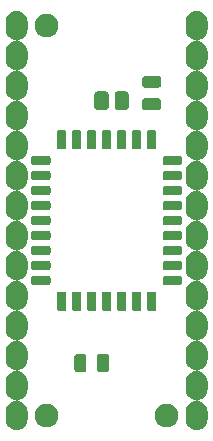
<source format=gts>
G04 #@! TF.GenerationSoftware,KiCad,Pcbnew,(5.1.2-1)-1*
G04 #@! TF.CreationDate,2019-12-07T17:40:51-05:00*
G04 #@! TF.ProjectId,GW28R8128,47573238-5238-4313-9238-2e6b69636164,rev?*
G04 #@! TF.SameCoordinates,Original*
G04 #@! TF.FileFunction,Soldermask,Top*
G04 #@! TF.FilePolarity,Negative*
%FSLAX46Y46*%
G04 Gerber Fmt 4.6, Leading zero omitted, Abs format (unit mm)*
G04 Created by KiCad (PCBNEW (5.1.2-1)-1) date 2019-12-07 17:40:51*
%MOMM*%
%LPD*%
G04 APERTURE LIST*
%ADD10C,0.100000*%
G04 APERTURE END LIST*
D10*
G36*
X40821566Y-19117202D02*
G01*
X40996155Y-19170163D01*
X40996158Y-19170164D01*
X41140545Y-19247340D01*
X41157058Y-19256167D01*
X41298091Y-19371909D01*
X41413833Y-19512941D01*
X41430033Y-19543249D01*
X41499836Y-19673841D01*
X41499836Y-19673842D01*
X41499837Y-19673844D01*
X41552798Y-19848433D01*
X41566200Y-19984504D01*
X41566200Y-20655496D01*
X41552798Y-20791567D01*
X41502474Y-20957463D01*
X41499836Y-20966159D01*
X41456835Y-21046608D01*
X41413833Y-21127059D01*
X41298091Y-21268091D01*
X41157059Y-21383833D01*
X41076607Y-21426835D01*
X40996159Y-21469836D01*
X40996156Y-21469837D01*
X40821567Y-21522798D01*
X40780863Y-21526807D01*
X40768654Y-21529235D01*
X40757154Y-21533999D01*
X40746804Y-21540915D01*
X40738002Y-21549717D01*
X40731086Y-21560067D01*
X40726322Y-21571567D01*
X40723894Y-21583776D01*
X40723894Y-21596224D01*
X40726322Y-21608433D01*
X40731086Y-21619933D01*
X40738002Y-21630283D01*
X40746804Y-21639085D01*
X40757154Y-21646001D01*
X40768654Y-21650765D01*
X40780863Y-21653193D01*
X40821566Y-21657202D01*
X40996155Y-21710163D01*
X40996158Y-21710164D01*
X41140545Y-21787340D01*
X41157058Y-21796167D01*
X41298091Y-21911909D01*
X41413833Y-22052941D01*
X41456835Y-22133393D01*
X41499836Y-22213841D01*
X41499836Y-22213842D01*
X41499837Y-22213844D01*
X41552798Y-22388433D01*
X41566200Y-22524504D01*
X41566200Y-23195496D01*
X41552798Y-23331567D01*
X41499837Y-23506156D01*
X41499836Y-23506159D01*
X41456835Y-23586607D01*
X41413833Y-23667059D01*
X41298091Y-23808091D01*
X41157059Y-23923833D01*
X41076608Y-23966835D01*
X40996159Y-24009836D01*
X40996156Y-24009837D01*
X40821567Y-24062798D01*
X40780863Y-24066807D01*
X40768654Y-24069235D01*
X40757154Y-24073999D01*
X40746804Y-24080915D01*
X40738002Y-24089717D01*
X40731086Y-24100067D01*
X40726322Y-24111567D01*
X40723894Y-24123776D01*
X40723894Y-24136224D01*
X40726322Y-24148433D01*
X40731086Y-24159933D01*
X40738002Y-24170283D01*
X40746804Y-24179085D01*
X40757154Y-24186001D01*
X40768654Y-24190765D01*
X40780863Y-24193193D01*
X40821566Y-24197202D01*
X40996155Y-24250163D01*
X40996158Y-24250164D01*
X41140545Y-24327340D01*
X41157058Y-24336167D01*
X41298091Y-24451909D01*
X41413833Y-24592941D01*
X41419143Y-24602876D01*
X41499836Y-24753841D01*
X41499836Y-24753842D01*
X41499837Y-24753844D01*
X41552798Y-24928433D01*
X41566200Y-25064504D01*
X41566200Y-25735496D01*
X41552798Y-25871567D01*
X41509757Y-26013454D01*
X41499836Y-26046159D01*
X41492501Y-26059881D01*
X41413833Y-26207059D01*
X41298091Y-26348091D01*
X41157059Y-26463833D01*
X41088007Y-26500742D01*
X40996159Y-26549836D01*
X40996156Y-26549837D01*
X40821567Y-26602798D01*
X40780863Y-26606807D01*
X40768654Y-26609235D01*
X40757154Y-26613999D01*
X40746804Y-26620915D01*
X40738002Y-26629717D01*
X40731086Y-26640067D01*
X40726322Y-26651567D01*
X40723894Y-26663776D01*
X40723894Y-26676224D01*
X40726322Y-26688433D01*
X40731086Y-26699933D01*
X40738002Y-26710283D01*
X40746804Y-26719085D01*
X40757154Y-26726001D01*
X40768654Y-26730765D01*
X40780863Y-26733193D01*
X40821566Y-26737202D01*
X40996155Y-26790163D01*
X40996158Y-26790164D01*
X41140545Y-26867340D01*
X41157058Y-26876167D01*
X41298091Y-26991909D01*
X41413833Y-27132941D01*
X41420599Y-27145600D01*
X41499836Y-27293841D01*
X41499836Y-27293842D01*
X41499837Y-27293844D01*
X41552798Y-27468433D01*
X41566200Y-27604504D01*
X41566200Y-28275496D01*
X41552798Y-28411567D01*
X41499837Y-28586156D01*
X41499836Y-28586159D01*
X41456835Y-28666608D01*
X41413833Y-28747059D01*
X41298091Y-28888091D01*
X41157059Y-29003833D01*
X41076608Y-29046835D01*
X40996159Y-29089836D01*
X40996156Y-29089837D01*
X40821567Y-29142798D01*
X40780863Y-29146807D01*
X40768654Y-29149235D01*
X40757154Y-29153999D01*
X40746804Y-29160915D01*
X40738002Y-29169717D01*
X40731086Y-29180067D01*
X40726322Y-29191567D01*
X40723894Y-29203776D01*
X40723894Y-29216224D01*
X40726322Y-29228433D01*
X40731086Y-29239933D01*
X40738002Y-29250283D01*
X40746804Y-29259085D01*
X40757154Y-29266001D01*
X40768654Y-29270765D01*
X40780863Y-29273193D01*
X40821566Y-29277202D01*
X40996155Y-29330163D01*
X40996158Y-29330164D01*
X41140545Y-29407340D01*
X41157058Y-29416167D01*
X41298091Y-29531909D01*
X41413833Y-29672941D01*
X41456835Y-29753392D01*
X41499836Y-29833841D01*
X41499836Y-29833842D01*
X41499837Y-29833844D01*
X41552798Y-30008433D01*
X41566200Y-30144504D01*
X41566200Y-30815496D01*
X41552798Y-30951567D01*
X41499837Y-31126156D01*
X41499836Y-31126159D01*
X41456835Y-31206607D01*
X41413833Y-31287059D01*
X41298091Y-31428091D01*
X41157059Y-31543833D01*
X41076608Y-31586835D01*
X40996159Y-31629836D01*
X40996156Y-31629837D01*
X40821567Y-31682798D01*
X40780863Y-31686807D01*
X40768654Y-31689235D01*
X40757154Y-31693999D01*
X40746804Y-31700915D01*
X40738002Y-31709717D01*
X40731086Y-31720067D01*
X40726322Y-31731567D01*
X40723894Y-31743776D01*
X40723894Y-31756224D01*
X40726322Y-31768433D01*
X40731086Y-31779933D01*
X40738002Y-31790283D01*
X40746804Y-31799085D01*
X40757154Y-31806001D01*
X40768654Y-31810765D01*
X40780863Y-31813193D01*
X40821566Y-31817202D01*
X40996155Y-31870163D01*
X40996158Y-31870164D01*
X41123257Y-31938100D01*
X41157058Y-31956167D01*
X41298091Y-32071909D01*
X41413833Y-32212941D01*
X41456835Y-32293392D01*
X41499836Y-32373841D01*
X41499836Y-32373842D01*
X41499837Y-32373844D01*
X41552798Y-32548433D01*
X41566200Y-32684504D01*
X41566200Y-33355496D01*
X41552798Y-33491567D01*
X41499837Y-33666156D01*
X41499836Y-33666159D01*
X41456835Y-33746608D01*
X41413833Y-33827059D01*
X41298091Y-33968091D01*
X41157059Y-34083833D01*
X41076607Y-34126835D01*
X40996159Y-34169836D01*
X40996156Y-34169837D01*
X40821567Y-34222798D01*
X40780863Y-34226807D01*
X40768654Y-34229235D01*
X40757154Y-34233999D01*
X40746804Y-34240915D01*
X40738002Y-34249717D01*
X40731086Y-34260067D01*
X40726322Y-34271567D01*
X40723894Y-34283776D01*
X40723894Y-34296224D01*
X40726322Y-34308433D01*
X40731086Y-34319933D01*
X40738002Y-34330283D01*
X40746804Y-34339085D01*
X40757154Y-34346001D01*
X40768654Y-34350765D01*
X40780863Y-34353193D01*
X40821566Y-34357202D01*
X40996155Y-34410163D01*
X40996158Y-34410164D01*
X41123257Y-34478100D01*
X41157058Y-34496167D01*
X41298091Y-34611909D01*
X41413833Y-34752941D01*
X41456835Y-34833393D01*
X41499836Y-34913841D01*
X41499836Y-34913842D01*
X41499837Y-34913844D01*
X41552798Y-35088433D01*
X41566200Y-35224504D01*
X41566200Y-35895496D01*
X41552798Y-36031567D01*
X41499837Y-36206156D01*
X41499836Y-36206159D01*
X41456835Y-36286607D01*
X41413833Y-36367059D01*
X41298091Y-36508091D01*
X41157059Y-36623833D01*
X41076608Y-36666835D01*
X40996159Y-36709836D01*
X40996156Y-36709837D01*
X40821567Y-36762798D01*
X40780863Y-36766807D01*
X40768654Y-36769235D01*
X40757154Y-36773999D01*
X40746804Y-36780915D01*
X40738002Y-36789717D01*
X40731086Y-36800067D01*
X40726322Y-36811567D01*
X40723894Y-36823776D01*
X40723894Y-36836224D01*
X40726322Y-36848433D01*
X40731086Y-36859933D01*
X40738002Y-36870283D01*
X40746804Y-36879085D01*
X40757154Y-36886001D01*
X40768654Y-36890765D01*
X40780863Y-36893193D01*
X40821566Y-36897202D01*
X40996155Y-36950163D01*
X40996158Y-36950164D01*
X41123257Y-37018100D01*
X41157058Y-37036167D01*
X41298091Y-37151909D01*
X41413833Y-37292941D01*
X41456835Y-37373393D01*
X41499836Y-37453841D01*
X41499836Y-37453842D01*
X41499837Y-37453844D01*
X41552798Y-37628433D01*
X41566200Y-37764504D01*
X41566200Y-38435496D01*
X41552798Y-38571567D01*
X41499837Y-38746156D01*
X41499836Y-38746159D01*
X41456835Y-38826607D01*
X41413833Y-38907059D01*
X41298091Y-39048091D01*
X41157059Y-39163833D01*
X41076607Y-39206835D01*
X40996159Y-39249836D01*
X40996156Y-39249837D01*
X40821567Y-39302798D01*
X40780863Y-39306807D01*
X40768654Y-39309235D01*
X40757154Y-39313999D01*
X40746804Y-39320915D01*
X40738002Y-39329717D01*
X40731086Y-39340067D01*
X40726322Y-39351567D01*
X40723894Y-39363776D01*
X40723894Y-39376224D01*
X40726322Y-39388433D01*
X40731086Y-39399933D01*
X40738002Y-39410283D01*
X40746804Y-39419085D01*
X40757154Y-39426001D01*
X40768654Y-39430765D01*
X40780863Y-39433193D01*
X40821566Y-39437202D01*
X40996155Y-39490163D01*
X40996158Y-39490164D01*
X41123257Y-39558100D01*
X41157058Y-39576167D01*
X41298091Y-39691909D01*
X41413833Y-39832941D01*
X41456835Y-39913393D01*
X41499836Y-39993841D01*
X41499836Y-39993842D01*
X41499837Y-39993844D01*
X41552798Y-40168433D01*
X41566200Y-40304504D01*
X41566200Y-40975496D01*
X41552798Y-41111567D01*
X41499837Y-41286156D01*
X41499836Y-41286159D01*
X41456835Y-41366608D01*
X41413833Y-41447059D01*
X41298091Y-41588091D01*
X41157059Y-41703833D01*
X41076608Y-41746835D01*
X40996159Y-41789836D01*
X40996156Y-41789837D01*
X40821567Y-41842798D01*
X40780863Y-41846807D01*
X40768654Y-41849235D01*
X40757154Y-41853999D01*
X40746804Y-41860915D01*
X40738002Y-41869717D01*
X40731086Y-41880067D01*
X40726322Y-41891567D01*
X40723894Y-41903776D01*
X40723894Y-41916224D01*
X40726322Y-41928433D01*
X40731086Y-41939933D01*
X40738002Y-41950283D01*
X40746804Y-41959085D01*
X40757154Y-41966001D01*
X40768654Y-41970765D01*
X40780863Y-41973193D01*
X40821566Y-41977202D01*
X40996155Y-42030163D01*
X40996158Y-42030164D01*
X41123257Y-42098100D01*
X41157058Y-42116167D01*
X41298091Y-42231909D01*
X41413833Y-42372941D01*
X41456835Y-42453393D01*
X41499836Y-42533841D01*
X41499836Y-42533842D01*
X41499837Y-42533844D01*
X41552798Y-42708433D01*
X41566200Y-42844504D01*
X41566200Y-43515496D01*
X41552798Y-43651567D01*
X41499837Y-43826156D01*
X41499836Y-43826159D01*
X41456835Y-43906608D01*
X41413833Y-43987059D01*
X41298091Y-44128091D01*
X41157059Y-44243833D01*
X41076607Y-44286835D01*
X40996159Y-44329836D01*
X40996156Y-44329837D01*
X40821567Y-44382798D01*
X40780863Y-44386807D01*
X40768654Y-44389235D01*
X40757154Y-44393999D01*
X40746804Y-44400915D01*
X40738002Y-44409717D01*
X40731086Y-44420067D01*
X40726322Y-44431567D01*
X40723894Y-44443776D01*
X40723894Y-44456224D01*
X40726322Y-44468433D01*
X40731086Y-44479933D01*
X40738002Y-44490283D01*
X40746804Y-44499085D01*
X40757154Y-44506001D01*
X40768654Y-44510765D01*
X40780863Y-44513193D01*
X40821566Y-44517202D01*
X40996155Y-44570163D01*
X40996158Y-44570164D01*
X41140545Y-44647340D01*
X41157058Y-44656167D01*
X41298091Y-44771909D01*
X41413833Y-44912941D01*
X41456835Y-44993393D01*
X41499836Y-45073841D01*
X41499836Y-45073842D01*
X41499837Y-45073844D01*
X41552798Y-45248433D01*
X41566200Y-45384504D01*
X41566200Y-46055496D01*
X41552798Y-46191567D01*
X41499837Y-46366156D01*
X41499836Y-46366159D01*
X41456835Y-46446607D01*
X41413833Y-46527059D01*
X41298091Y-46668091D01*
X41157059Y-46783833D01*
X41076608Y-46826835D01*
X40996159Y-46869836D01*
X40996156Y-46869837D01*
X40821567Y-46922798D01*
X40780863Y-46926807D01*
X40768654Y-46929235D01*
X40757154Y-46933999D01*
X40746804Y-46940915D01*
X40738002Y-46949717D01*
X40731086Y-46960067D01*
X40726322Y-46971567D01*
X40723894Y-46983776D01*
X40723894Y-46996224D01*
X40726322Y-47008433D01*
X40731086Y-47019933D01*
X40738002Y-47030283D01*
X40746804Y-47039085D01*
X40757154Y-47046001D01*
X40768654Y-47050765D01*
X40780863Y-47053193D01*
X40821566Y-47057202D01*
X40996155Y-47110163D01*
X40996158Y-47110164D01*
X41140545Y-47187340D01*
X41157058Y-47196167D01*
X41298091Y-47311909D01*
X41413833Y-47452941D01*
X41456835Y-47533393D01*
X41499836Y-47613841D01*
X41499836Y-47613842D01*
X41499837Y-47613844D01*
X41552798Y-47788433D01*
X41566200Y-47924504D01*
X41566200Y-48595496D01*
X41552798Y-48731567D01*
X41499837Y-48906156D01*
X41499836Y-48906159D01*
X41456835Y-48986608D01*
X41413833Y-49067059D01*
X41298091Y-49208091D01*
X41157059Y-49323833D01*
X41076608Y-49366835D01*
X40996159Y-49409836D01*
X40996156Y-49409837D01*
X40821567Y-49462798D01*
X40780863Y-49466807D01*
X40768654Y-49469235D01*
X40757154Y-49473999D01*
X40746804Y-49480915D01*
X40738002Y-49489717D01*
X40731086Y-49500067D01*
X40726322Y-49511567D01*
X40723894Y-49523776D01*
X40723894Y-49536224D01*
X40726322Y-49548433D01*
X40731086Y-49559933D01*
X40738002Y-49570283D01*
X40746804Y-49579085D01*
X40757154Y-49586001D01*
X40768654Y-49590765D01*
X40780863Y-49593193D01*
X40821566Y-49597202D01*
X40996155Y-49650163D01*
X40996158Y-49650164D01*
X41035513Y-49671200D01*
X41157058Y-49736167D01*
X41298091Y-49851909D01*
X41413833Y-49992941D01*
X41456835Y-50073393D01*
X41499836Y-50153841D01*
X41499836Y-50153842D01*
X41499837Y-50153844D01*
X41552798Y-50328433D01*
X41566200Y-50464504D01*
X41566200Y-51135496D01*
X41552798Y-51271567D01*
X41499837Y-51446156D01*
X41499836Y-51446159D01*
X41456835Y-51526608D01*
X41413833Y-51607059D01*
X41298091Y-51748091D01*
X41157059Y-51863833D01*
X41076608Y-51906835D01*
X40996159Y-51949836D01*
X40996156Y-51949837D01*
X40821567Y-52002798D01*
X40780863Y-52006807D01*
X40768654Y-52009235D01*
X40757154Y-52013999D01*
X40746804Y-52020915D01*
X40738002Y-52029717D01*
X40731086Y-52040067D01*
X40726322Y-52051567D01*
X40723894Y-52063776D01*
X40723894Y-52076224D01*
X40726322Y-52088433D01*
X40731086Y-52099933D01*
X40738002Y-52110283D01*
X40746804Y-52119085D01*
X40757154Y-52126001D01*
X40768654Y-52130765D01*
X40780863Y-52133193D01*
X40821566Y-52137202D01*
X40996155Y-52190163D01*
X40996158Y-52190164D01*
X41140545Y-52267340D01*
X41157058Y-52276167D01*
X41298091Y-52391909D01*
X41413833Y-52532941D01*
X41430033Y-52563249D01*
X41499836Y-52693841D01*
X41499836Y-52693842D01*
X41499837Y-52693844D01*
X41552798Y-52868433D01*
X41566200Y-53004504D01*
X41566200Y-53675496D01*
X41552798Y-53811567D01*
X41502474Y-53977463D01*
X41499836Y-53986159D01*
X41456835Y-54066608D01*
X41413833Y-54147059D01*
X41298091Y-54288091D01*
X41157059Y-54403833D01*
X41076608Y-54446835D01*
X40996159Y-54489836D01*
X40996156Y-54489837D01*
X40821567Y-54542798D01*
X40640000Y-54560681D01*
X40458434Y-54542798D01*
X40283845Y-54489837D01*
X40283842Y-54489836D01*
X40203393Y-54446835D01*
X40122942Y-54403833D01*
X39981910Y-54288091D01*
X39866168Y-54147059D01*
X39780163Y-53986156D01*
X39727202Y-53811567D01*
X39713800Y-53675496D01*
X39713800Y-53004505D01*
X39727202Y-52868434D01*
X39780163Y-52693845D01*
X39780164Y-52693842D01*
X39866166Y-52532944D01*
X39866167Y-52532942D01*
X39981909Y-52391909D01*
X40122941Y-52276167D01*
X40203393Y-52233165D01*
X40283841Y-52190164D01*
X40283844Y-52190163D01*
X40458433Y-52137202D01*
X40499137Y-52133193D01*
X40511346Y-52130765D01*
X40522846Y-52126001D01*
X40533196Y-52119085D01*
X40541998Y-52110283D01*
X40548914Y-52099933D01*
X40553678Y-52088433D01*
X40556106Y-52076224D01*
X40556106Y-52063776D01*
X40553678Y-52051567D01*
X40548914Y-52040067D01*
X40541998Y-52029717D01*
X40533196Y-52020915D01*
X40522846Y-52013999D01*
X40511346Y-52009235D01*
X40499137Y-52006807D01*
X40494833Y-52006383D01*
X40458434Y-52002798D01*
X40283845Y-51949837D01*
X40283842Y-51949836D01*
X40203394Y-51906835D01*
X40122942Y-51863833D01*
X39981910Y-51748091D01*
X39866168Y-51607059D01*
X39780163Y-51446156D01*
X39727202Y-51271567D01*
X39713800Y-51135496D01*
X39713800Y-50464505D01*
X39727202Y-50328434D01*
X39780163Y-50153845D01*
X39780164Y-50153842D01*
X39866166Y-49992944D01*
X39866167Y-49992942D01*
X39981909Y-49851909D01*
X40122941Y-49736167D01*
X40244486Y-49671200D01*
X40283841Y-49650164D01*
X40283844Y-49650163D01*
X40458433Y-49597202D01*
X40499137Y-49593193D01*
X40511346Y-49590765D01*
X40522846Y-49586001D01*
X40533196Y-49579085D01*
X40541998Y-49570283D01*
X40548914Y-49559933D01*
X40553678Y-49548433D01*
X40556106Y-49536224D01*
X40556106Y-49523776D01*
X40553678Y-49511567D01*
X40548914Y-49500067D01*
X40541998Y-49489717D01*
X40533196Y-49480915D01*
X40522846Y-49473999D01*
X40511346Y-49469235D01*
X40499137Y-49466807D01*
X40494833Y-49466383D01*
X40458434Y-49462798D01*
X40283845Y-49409837D01*
X40283842Y-49409836D01*
X40203393Y-49366835D01*
X40122942Y-49323833D01*
X39981910Y-49208091D01*
X39866168Y-49067059D01*
X39780163Y-48906156D01*
X39727202Y-48731567D01*
X39713800Y-48595496D01*
X39713800Y-47924505D01*
X39727202Y-47788434D01*
X39780163Y-47613845D01*
X39780164Y-47613842D01*
X39866166Y-47452944D01*
X39866167Y-47452942D01*
X39981909Y-47311909D01*
X40122941Y-47196167D01*
X40203393Y-47153165D01*
X40283841Y-47110164D01*
X40283844Y-47110163D01*
X40458433Y-47057202D01*
X40499137Y-47053193D01*
X40511346Y-47050765D01*
X40522846Y-47046001D01*
X40533196Y-47039085D01*
X40541998Y-47030283D01*
X40548914Y-47019933D01*
X40553678Y-47008433D01*
X40556106Y-46996224D01*
X40556106Y-46983776D01*
X40553678Y-46971567D01*
X40548914Y-46960067D01*
X40541998Y-46949717D01*
X40533196Y-46940915D01*
X40522846Y-46933999D01*
X40511346Y-46929235D01*
X40499137Y-46926807D01*
X40494833Y-46926383D01*
X40458434Y-46922798D01*
X40283845Y-46869837D01*
X40283842Y-46869836D01*
X40203393Y-46826835D01*
X40122942Y-46783833D01*
X39981910Y-46668091D01*
X39866168Y-46527059D01*
X39780163Y-46366156D01*
X39727202Y-46191567D01*
X39713800Y-46055496D01*
X39713800Y-45384505D01*
X39727202Y-45248434D01*
X39780163Y-45073845D01*
X39780164Y-45073842D01*
X39866166Y-44912944D01*
X39866167Y-44912942D01*
X39981909Y-44771909D01*
X40122941Y-44656167D01*
X40203392Y-44613165D01*
X40283841Y-44570164D01*
X40283844Y-44570163D01*
X40458433Y-44517202D01*
X40499137Y-44513193D01*
X40511346Y-44510765D01*
X40522846Y-44506001D01*
X40533196Y-44499085D01*
X40541998Y-44490283D01*
X40548914Y-44479933D01*
X40553678Y-44468433D01*
X40556106Y-44456224D01*
X40556106Y-44443776D01*
X40553678Y-44431567D01*
X40548914Y-44420067D01*
X40541998Y-44409717D01*
X40533196Y-44400915D01*
X40522846Y-44393999D01*
X40511346Y-44389235D01*
X40499137Y-44386807D01*
X40494833Y-44386383D01*
X40458434Y-44382798D01*
X40283845Y-44329837D01*
X40283842Y-44329836D01*
X40203394Y-44286835D01*
X40122942Y-44243833D01*
X39981910Y-44128091D01*
X39866168Y-43987059D01*
X39780163Y-43826156D01*
X39727202Y-43651567D01*
X39713800Y-43515496D01*
X39713800Y-42844505D01*
X39727202Y-42708434D01*
X39780163Y-42533845D01*
X39780164Y-42533842D01*
X39866166Y-42372944D01*
X39866167Y-42372942D01*
X39981909Y-42231909D01*
X40122941Y-42116167D01*
X40203393Y-42073165D01*
X40283841Y-42030164D01*
X40283844Y-42030163D01*
X40458433Y-41977202D01*
X40499137Y-41973193D01*
X40511346Y-41970765D01*
X40522846Y-41966001D01*
X40533196Y-41959085D01*
X40541998Y-41950283D01*
X40548914Y-41939933D01*
X40553678Y-41928433D01*
X40556106Y-41916224D01*
X40556106Y-41903776D01*
X40553678Y-41891567D01*
X40548914Y-41880067D01*
X40541998Y-41869717D01*
X40533196Y-41860915D01*
X40522846Y-41853999D01*
X40511346Y-41849235D01*
X40499137Y-41846807D01*
X40494833Y-41846383D01*
X40458434Y-41842798D01*
X40283845Y-41789837D01*
X40283842Y-41789836D01*
X40203393Y-41746835D01*
X40122942Y-41703833D01*
X39981910Y-41588091D01*
X39866168Y-41447059D01*
X39780163Y-41286156D01*
X39727202Y-41111567D01*
X39713800Y-40975496D01*
X39713800Y-40304505D01*
X39727202Y-40168434D01*
X39780163Y-39993845D01*
X39780164Y-39993842D01*
X39866166Y-39832944D01*
X39866167Y-39832942D01*
X39981909Y-39691909D01*
X40122941Y-39576167D01*
X40203392Y-39533165D01*
X40283841Y-39490164D01*
X40283844Y-39490163D01*
X40458433Y-39437202D01*
X40499137Y-39433193D01*
X40511346Y-39430765D01*
X40522846Y-39426001D01*
X40533196Y-39419085D01*
X40541998Y-39410283D01*
X40548914Y-39399933D01*
X40553678Y-39388433D01*
X40556106Y-39376224D01*
X40556106Y-39363776D01*
X40553678Y-39351567D01*
X40548914Y-39340067D01*
X40541998Y-39329717D01*
X40533196Y-39320915D01*
X40522846Y-39313999D01*
X40511346Y-39309235D01*
X40499137Y-39306807D01*
X40494833Y-39306383D01*
X40458434Y-39302798D01*
X40283845Y-39249837D01*
X40283842Y-39249836D01*
X40203394Y-39206835D01*
X40122942Y-39163833D01*
X39981910Y-39048091D01*
X39866168Y-38907059D01*
X39780163Y-38746156D01*
X39727202Y-38571567D01*
X39713800Y-38435496D01*
X39713800Y-37764505D01*
X39727202Y-37628434D01*
X39780163Y-37453845D01*
X39780164Y-37453842D01*
X39866166Y-37292944D01*
X39866167Y-37292942D01*
X39981909Y-37151909D01*
X40122941Y-37036167D01*
X40203393Y-36993165D01*
X40283841Y-36950164D01*
X40283844Y-36950163D01*
X40458433Y-36897202D01*
X40499137Y-36893193D01*
X40511346Y-36890765D01*
X40522846Y-36886001D01*
X40533196Y-36879085D01*
X40541998Y-36870283D01*
X40548914Y-36859933D01*
X40553678Y-36848433D01*
X40556106Y-36836224D01*
X40556106Y-36823776D01*
X40553678Y-36811567D01*
X40548914Y-36800067D01*
X40541998Y-36789717D01*
X40533196Y-36780915D01*
X40522846Y-36773999D01*
X40511346Y-36769235D01*
X40499137Y-36766807D01*
X40494833Y-36766383D01*
X40458434Y-36762798D01*
X40283845Y-36709837D01*
X40283842Y-36709836D01*
X40203393Y-36666835D01*
X40122942Y-36623833D01*
X39981910Y-36508091D01*
X39866168Y-36367059D01*
X39780163Y-36206156D01*
X39727202Y-36031567D01*
X39713800Y-35895496D01*
X39713800Y-35224505D01*
X39727202Y-35088434D01*
X39780163Y-34913845D01*
X39780164Y-34913842D01*
X39866166Y-34752944D01*
X39866167Y-34752942D01*
X39981909Y-34611909D01*
X40122941Y-34496167D01*
X40203392Y-34453165D01*
X40283841Y-34410164D01*
X40283844Y-34410163D01*
X40458433Y-34357202D01*
X40499137Y-34353193D01*
X40511346Y-34350765D01*
X40522846Y-34346001D01*
X40533196Y-34339085D01*
X40541998Y-34330283D01*
X40548914Y-34319933D01*
X40553678Y-34308433D01*
X40556106Y-34296224D01*
X40556106Y-34283776D01*
X40553678Y-34271567D01*
X40548914Y-34260067D01*
X40541998Y-34249717D01*
X40533196Y-34240915D01*
X40522846Y-34233999D01*
X40511346Y-34229235D01*
X40499137Y-34226807D01*
X40494833Y-34226383D01*
X40458434Y-34222798D01*
X40283845Y-34169837D01*
X40283842Y-34169836D01*
X40203394Y-34126835D01*
X40122942Y-34083833D01*
X39981910Y-33968091D01*
X39866168Y-33827059D01*
X39780163Y-33666156D01*
X39727202Y-33491567D01*
X39713800Y-33355496D01*
X39713800Y-32684505D01*
X39727202Y-32548434D01*
X39780163Y-32373845D01*
X39780164Y-32373842D01*
X39866166Y-32212944D01*
X39866167Y-32212942D01*
X39981909Y-32071909D01*
X40122941Y-31956167D01*
X40203393Y-31913165D01*
X40283841Y-31870164D01*
X40283844Y-31870163D01*
X40458433Y-31817202D01*
X40499137Y-31813193D01*
X40511346Y-31810765D01*
X40522846Y-31806001D01*
X40533196Y-31799085D01*
X40541998Y-31790283D01*
X40548914Y-31779933D01*
X40553678Y-31768433D01*
X40556106Y-31756224D01*
X40556106Y-31743776D01*
X40553678Y-31731567D01*
X40548914Y-31720067D01*
X40541998Y-31709717D01*
X40533196Y-31700915D01*
X40522846Y-31693999D01*
X40511346Y-31689235D01*
X40499137Y-31686807D01*
X40494833Y-31686383D01*
X40458434Y-31682798D01*
X40283845Y-31629837D01*
X40283842Y-31629836D01*
X40203394Y-31586835D01*
X40122942Y-31543833D01*
X39981910Y-31428091D01*
X39866168Y-31287059D01*
X39780163Y-31126156D01*
X39727202Y-30951567D01*
X39713800Y-30815496D01*
X39713800Y-30144505D01*
X39727202Y-30008434D01*
X39780163Y-29833845D01*
X39780164Y-29833842D01*
X39866166Y-29672944D01*
X39866167Y-29672942D01*
X39981909Y-29531909D01*
X40122941Y-29416167D01*
X40203393Y-29373165D01*
X40283841Y-29330164D01*
X40283844Y-29330163D01*
X40458433Y-29277202D01*
X40499137Y-29273193D01*
X40511346Y-29270765D01*
X40522846Y-29266001D01*
X40533196Y-29259085D01*
X40541998Y-29250283D01*
X40548914Y-29239933D01*
X40553678Y-29228433D01*
X40556106Y-29216224D01*
X40556106Y-29203776D01*
X40553678Y-29191567D01*
X40548914Y-29180067D01*
X40541998Y-29169717D01*
X40533196Y-29160915D01*
X40522846Y-29153999D01*
X40511346Y-29149235D01*
X40499137Y-29146807D01*
X40494833Y-29146383D01*
X40458434Y-29142798D01*
X40283845Y-29089837D01*
X40283842Y-29089836D01*
X40203393Y-29046835D01*
X40122942Y-29003833D01*
X39981910Y-28888091D01*
X39866168Y-28747059D01*
X39780163Y-28586156D01*
X39727202Y-28411567D01*
X39713800Y-28275496D01*
X39713800Y-27604505D01*
X39727202Y-27468434D01*
X39780163Y-27293845D01*
X39780164Y-27293842D01*
X39866166Y-27132944D01*
X39866167Y-27132942D01*
X39981909Y-26991909D01*
X40122941Y-26876167D01*
X40203392Y-26833165D01*
X40283841Y-26790164D01*
X40283844Y-26790163D01*
X40458433Y-26737202D01*
X40499137Y-26733193D01*
X40511346Y-26730765D01*
X40522846Y-26726001D01*
X40533196Y-26719085D01*
X40541998Y-26710283D01*
X40548914Y-26699933D01*
X40553678Y-26688433D01*
X40556106Y-26676224D01*
X40556106Y-26663776D01*
X40553678Y-26651567D01*
X40548914Y-26640067D01*
X40541998Y-26629717D01*
X40533196Y-26620915D01*
X40522846Y-26613999D01*
X40511346Y-26609235D01*
X40499137Y-26606807D01*
X40494833Y-26606383D01*
X40458434Y-26602798D01*
X40283845Y-26549837D01*
X40283842Y-26549836D01*
X40191994Y-26500742D01*
X40122942Y-26463833D01*
X39981910Y-26348091D01*
X39866168Y-26207059D01*
X39780163Y-26046156D01*
X39727202Y-25871567D01*
X39713800Y-25735496D01*
X39713800Y-25064505D01*
X39727202Y-24928434D01*
X39780163Y-24753845D01*
X39780164Y-24753842D01*
X39866166Y-24592944D01*
X39866167Y-24592942D01*
X39981909Y-24451909D01*
X40122941Y-24336167D01*
X40203393Y-24293165D01*
X40283841Y-24250164D01*
X40283844Y-24250163D01*
X40458433Y-24197202D01*
X40499137Y-24193193D01*
X40511346Y-24190765D01*
X40522846Y-24186001D01*
X40533196Y-24179085D01*
X40541998Y-24170283D01*
X40548914Y-24159933D01*
X40553678Y-24148433D01*
X40556106Y-24136224D01*
X40556106Y-24123776D01*
X40553678Y-24111567D01*
X40548914Y-24100067D01*
X40541998Y-24089717D01*
X40533196Y-24080915D01*
X40522846Y-24073999D01*
X40511346Y-24069235D01*
X40499137Y-24066807D01*
X40494833Y-24066383D01*
X40458434Y-24062798D01*
X40283845Y-24009837D01*
X40283842Y-24009836D01*
X40203394Y-23966835D01*
X40122942Y-23923833D01*
X39981910Y-23808091D01*
X39866168Y-23667059D01*
X39780163Y-23506156D01*
X39727202Y-23331567D01*
X39713800Y-23195496D01*
X39713800Y-22524505D01*
X39727202Y-22388434D01*
X39780163Y-22213845D01*
X39780164Y-22213842D01*
X39866166Y-22052944D01*
X39866167Y-22052942D01*
X39981909Y-21911909D01*
X40122941Y-21796167D01*
X40203393Y-21753165D01*
X40283841Y-21710164D01*
X40283844Y-21710163D01*
X40458433Y-21657202D01*
X40499137Y-21653193D01*
X40511346Y-21650765D01*
X40522846Y-21646001D01*
X40533196Y-21639085D01*
X40541998Y-21630283D01*
X40548914Y-21619933D01*
X40553678Y-21608433D01*
X40556106Y-21596224D01*
X40556106Y-21583776D01*
X40553678Y-21571567D01*
X40548914Y-21560067D01*
X40541998Y-21549717D01*
X40533196Y-21540915D01*
X40522846Y-21533999D01*
X40511346Y-21529235D01*
X40499137Y-21526807D01*
X40494833Y-21526383D01*
X40458434Y-21522798D01*
X40283845Y-21469837D01*
X40283842Y-21469836D01*
X40203394Y-21426835D01*
X40122942Y-21383833D01*
X39981910Y-21268091D01*
X39866168Y-21127059D01*
X39780163Y-20966156D01*
X39727202Y-20791567D01*
X39713800Y-20655496D01*
X39713800Y-19984505D01*
X39727202Y-19848434D01*
X39780163Y-19673845D01*
X39780164Y-19673842D01*
X39866166Y-19512944D01*
X39866167Y-19512942D01*
X39981909Y-19371909D01*
X40122941Y-19256167D01*
X40203392Y-19213165D01*
X40283841Y-19170164D01*
X40283844Y-19170163D01*
X40458433Y-19117202D01*
X40640000Y-19099319D01*
X40821566Y-19117202D01*
X40821566Y-19117202D01*
G37*
G36*
X56061566Y-19117202D02*
G01*
X56236155Y-19170163D01*
X56236158Y-19170164D01*
X56380545Y-19247340D01*
X56397058Y-19256167D01*
X56538091Y-19371909D01*
X56653833Y-19512941D01*
X56670033Y-19543249D01*
X56739836Y-19673841D01*
X56739836Y-19673842D01*
X56739837Y-19673844D01*
X56792798Y-19848433D01*
X56806200Y-19984504D01*
X56806200Y-20655496D01*
X56792798Y-20791567D01*
X56742474Y-20957463D01*
X56739836Y-20966159D01*
X56696835Y-21046607D01*
X56653833Y-21127059D01*
X56538091Y-21268091D01*
X56397059Y-21383833D01*
X56316607Y-21426835D01*
X56236159Y-21469836D01*
X56236156Y-21469837D01*
X56061567Y-21522798D01*
X56020863Y-21526807D01*
X56008654Y-21529235D01*
X55997154Y-21533999D01*
X55986804Y-21540915D01*
X55978002Y-21549717D01*
X55971086Y-21560067D01*
X55966322Y-21571567D01*
X55963894Y-21583776D01*
X55963894Y-21596224D01*
X55966322Y-21608433D01*
X55971086Y-21619933D01*
X55978002Y-21630283D01*
X55986804Y-21639085D01*
X55997154Y-21646001D01*
X56008654Y-21650765D01*
X56020863Y-21653193D01*
X56061566Y-21657202D01*
X56236155Y-21710163D01*
X56236158Y-21710164D01*
X56380545Y-21787340D01*
X56397058Y-21796167D01*
X56538091Y-21911909D01*
X56653833Y-22052941D01*
X56696835Y-22133393D01*
X56739836Y-22213841D01*
X56739836Y-22213842D01*
X56739837Y-22213844D01*
X56792798Y-22388433D01*
X56806200Y-22524504D01*
X56806200Y-23195496D01*
X56792798Y-23331567D01*
X56739837Y-23506156D01*
X56739836Y-23506159D01*
X56696835Y-23586607D01*
X56653833Y-23667059D01*
X56538091Y-23808091D01*
X56397059Y-23923833D01*
X56316608Y-23966835D01*
X56236159Y-24009836D01*
X56236156Y-24009837D01*
X56061567Y-24062798D01*
X56020863Y-24066807D01*
X56008654Y-24069235D01*
X55997154Y-24073999D01*
X55986804Y-24080915D01*
X55978002Y-24089717D01*
X55971086Y-24100067D01*
X55966322Y-24111567D01*
X55963894Y-24123776D01*
X55963894Y-24136224D01*
X55966322Y-24148433D01*
X55971086Y-24159933D01*
X55978002Y-24170283D01*
X55986804Y-24179085D01*
X55997154Y-24186001D01*
X56008654Y-24190765D01*
X56020863Y-24193193D01*
X56061566Y-24197202D01*
X56236155Y-24250163D01*
X56236158Y-24250164D01*
X56380545Y-24327340D01*
X56397058Y-24336167D01*
X56538091Y-24451909D01*
X56653833Y-24592941D01*
X56659143Y-24602876D01*
X56739836Y-24753841D01*
X56739836Y-24753842D01*
X56739837Y-24753844D01*
X56792798Y-24928433D01*
X56806200Y-25064504D01*
X56806200Y-25735496D01*
X56792798Y-25871567D01*
X56749757Y-26013454D01*
X56739836Y-26046159D01*
X56732501Y-26059881D01*
X56653833Y-26207059D01*
X56538091Y-26348091D01*
X56397059Y-26463833D01*
X56328007Y-26500742D01*
X56236159Y-26549836D01*
X56236156Y-26549837D01*
X56061567Y-26602798D01*
X56020863Y-26606807D01*
X56008654Y-26609235D01*
X55997154Y-26613999D01*
X55986804Y-26620915D01*
X55978002Y-26629717D01*
X55971086Y-26640067D01*
X55966322Y-26651567D01*
X55963894Y-26663776D01*
X55963894Y-26676224D01*
X55966322Y-26688433D01*
X55971086Y-26699933D01*
X55978002Y-26710283D01*
X55986804Y-26719085D01*
X55997154Y-26726001D01*
X56008654Y-26730765D01*
X56020863Y-26733193D01*
X56061566Y-26737202D01*
X56236155Y-26790163D01*
X56236158Y-26790164D01*
X56380545Y-26867340D01*
X56397058Y-26876167D01*
X56538091Y-26991909D01*
X56653833Y-27132941D01*
X56660599Y-27145600D01*
X56739836Y-27293841D01*
X56739836Y-27293842D01*
X56739837Y-27293844D01*
X56792798Y-27468433D01*
X56806200Y-27604504D01*
X56806200Y-28275496D01*
X56792798Y-28411567D01*
X56739837Y-28586156D01*
X56739836Y-28586159D01*
X56696835Y-28666607D01*
X56653833Y-28747059D01*
X56538091Y-28888091D01*
X56397059Y-29003833D01*
X56316608Y-29046835D01*
X56236159Y-29089836D01*
X56236156Y-29089837D01*
X56061567Y-29142798D01*
X56020863Y-29146807D01*
X56008654Y-29149235D01*
X55997154Y-29153999D01*
X55986804Y-29160915D01*
X55978002Y-29169717D01*
X55971086Y-29180067D01*
X55966322Y-29191567D01*
X55963894Y-29203776D01*
X55963894Y-29216224D01*
X55966322Y-29228433D01*
X55971086Y-29239933D01*
X55978002Y-29250283D01*
X55986804Y-29259085D01*
X55997154Y-29266001D01*
X56008654Y-29270765D01*
X56020863Y-29273193D01*
X56061566Y-29277202D01*
X56236155Y-29330163D01*
X56236158Y-29330164D01*
X56380545Y-29407340D01*
X56397058Y-29416167D01*
X56538091Y-29531909D01*
X56653833Y-29672941D01*
X56696835Y-29753392D01*
X56739836Y-29833841D01*
X56739836Y-29833842D01*
X56739837Y-29833844D01*
X56792798Y-30008433D01*
X56806200Y-30144504D01*
X56806200Y-30815496D01*
X56792798Y-30951567D01*
X56739837Y-31126156D01*
X56739836Y-31126159D01*
X56696835Y-31206608D01*
X56653833Y-31287059D01*
X56538091Y-31428091D01*
X56397059Y-31543833D01*
X56316608Y-31586835D01*
X56236159Y-31629836D01*
X56236156Y-31629837D01*
X56061567Y-31682798D01*
X56020863Y-31686807D01*
X56008654Y-31689235D01*
X55997154Y-31693999D01*
X55986804Y-31700915D01*
X55978002Y-31709717D01*
X55971086Y-31720067D01*
X55966322Y-31731567D01*
X55963894Y-31743776D01*
X55963894Y-31756224D01*
X55966322Y-31768433D01*
X55971086Y-31779933D01*
X55978002Y-31790283D01*
X55986804Y-31799085D01*
X55997154Y-31806001D01*
X56008654Y-31810765D01*
X56020863Y-31813193D01*
X56061566Y-31817202D01*
X56236155Y-31870163D01*
X56236158Y-31870164D01*
X56363257Y-31938100D01*
X56397058Y-31956167D01*
X56538091Y-32071909D01*
X56653833Y-32212941D01*
X56696835Y-32293392D01*
X56739836Y-32373841D01*
X56739836Y-32373842D01*
X56739837Y-32373844D01*
X56792798Y-32548433D01*
X56806200Y-32684504D01*
X56806200Y-33355496D01*
X56792798Y-33491567D01*
X56739837Y-33666156D01*
X56739836Y-33666159D01*
X56696835Y-33746607D01*
X56653833Y-33827059D01*
X56538091Y-33968091D01*
X56397059Y-34083833D01*
X56316607Y-34126835D01*
X56236159Y-34169836D01*
X56236156Y-34169837D01*
X56061567Y-34222798D01*
X56020863Y-34226807D01*
X56008654Y-34229235D01*
X55997154Y-34233999D01*
X55986804Y-34240915D01*
X55978002Y-34249717D01*
X55971086Y-34260067D01*
X55966322Y-34271567D01*
X55963894Y-34283776D01*
X55963894Y-34296224D01*
X55966322Y-34308433D01*
X55971086Y-34319933D01*
X55978002Y-34330283D01*
X55986804Y-34339085D01*
X55997154Y-34346001D01*
X56008654Y-34350765D01*
X56020863Y-34353193D01*
X56061566Y-34357202D01*
X56236155Y-34410163D01*
X56236158Y-34410164D01*
X56363257Y-34478100D01*
X56397058Y-34496167D01*
X56538091Y-34611909D01*
X56653833Y-34752941D01*
X56696835Y-34833392D01*
X56739836Y-34913841D01*
X56739836Y-34913842D01*
X56739837Y-34913844D01*
X56792798Y-35088433D01*
X56806200Y-35224504D01*
X56806200Y-35895496D01*
X56792798Y-36031567D01*
X56739837Y-36206156D01*
X56739836Y-36206159D01*
X56696835Y-36286607D01*
X56653833Y-36367059D01*
X56538091Y-36508091D01*
X56397059Y-36623833D01*
X56316608Y-36666835D01*
X56236159Y-36709836D01*
X56236156Y-36709837D01*
X56061567Y-36762798D01*
X56020863Y-36766807D01*
X56008654Y-36769235D01*
X55997154Y-36773999D01*
X55986804Y-36780915D01*
X55978002Y-36789717D01*
X55971086Y-36800067D01*
X55966322Y-36811567D01*
X55963894Y-36823776D01*
X55963894Y-36836224D01*
X55966322Y-36848433D01*
X55971086Y-36859933D01*
X55978002Y-36870283D01*
X55986804Y-36879085D01*
X55997154Y-36886001D01*
X56008654Y-36890765D01*
X56020863Y-36893193D01*
X56061566Y-36897202D01*
X56236155Y-36950163D01*
X56236158Y-36950164D01*
X56363257Y-37018100D01*
X56397058Y-37036167D01*
X56538091Y-37151909D01*
X56653833Y-37292941D01*
X56696835Y-37373393D01*
X56739836Y-37453841D01*
X56739836Y-37453842D01*
X56739837Y-37453844D01*
X56792798Y-37628433D01*
X56806200Y-37764504D01*
X56806200Y-38435496D01*
X56792798Y-38571567D01*
X56739837Y-38746156D01*
X56739836Y-38746159D01*
X56696835Y-38826607D01*
X56653833Y-38907059D01*
X56538091Y-39048091D01*
X56397059Y-39163833D01*
X56316607Y-39206835D01*
X56236159Y-39249836D01*
X56236156Y-39249837D01*
X56061567Y-39302798D01*
X56020863Y-39306807D01*
X56008654Y-39309235D01*
X55997154Y-39313999D01*
X55986804Y-39320915D01*
X55978002Y-39329717D01*
X55971086Y-39340067D01*
X55966322Y-39351567D01*
X55963894Y-39363776D01*
X55963894Y-39376224D01*
X55966322Y-39388433D01*
X55971086Y-39399933D01*
X55978002Y-39410283D01*
X55986804Y-39419085D01*
X55997154Y-39426001D01*
X56008654Y-39430765D01*
X56020863Y-39433193D01*
X56061566Y-39437202D01*
X56236155Y-39490163D01*
X56236158Y-39490164D01*
X56363257Y-39558100D01*
X56397058Y-39576167D01*
X56538091Y-39691909D01*
X56653833Y-39832941D01*
X56696835Y-39913393D01*
X56739836Y-39993841D01*
X56739836Y-39993842D01*
X56739837Y-39993844D01*
X56792798Y-40168433D01*
X56806200Y-40304504D01*
X56806200Y-40975496D01*
X56792798Y-41111567D01*
X56739837Y-41286156D01*
X56739836Y-41286159D01*
X56696835Y-41366607D01*
X56653833Y-41447059D01*
X56538091Y-41588091D01*
X56397059Y-41703833D01*
X56316607Y-41746835D01*
X56236159Y-41789836D01*
X56236156Y-41789837D01*
X56061567Y-41842798D01*
X56020863Y-41846807D01*
X56008654Y-41849235D01*
X55997154Y-41853999D01*
X55986804Y-41860915D01*
X55978002Y-41869717D01*
X55971086Y-41880067D01*
X55966322Y-41891567D01*
X55963894Y-41903776D01*
X55963894Y-41916224D01*
X55966322Y-41928433D01*
X55971086Y-41939933D01*
X55978002Y-41950283D01*
X55986804Y-41959085D01*
X55997154Y-41966001D01*
X56008654Y-41970765D01*
X56020863Y-41973193D01*
X56061566Y-41977202D01*
X56236155Y-42030163D01*
X56236158Y-42030164D01*
X56363257Y-42098100D01*
X56397058Y-42116167D01*
X56538091Y-42231909D01*
X56653833Y-42372941D01*
X56696835Y-42453393D01*
X56739836Y-42533841D01*
X56739836Y-42533842D01*
X56739837Y-42533844D01*
X56792798Y-42708433D01*
X56806200Y-42844504D01*
X56806200Y-43515496D01*
X56792798Y-43651567D01*
X56739837Y-43826156D01*
X56739836Y-43826159D01*
X56696835Y-43906608D01*
X56653833Y-43987059D01*
X56538091Y-44128091D01*
X56397059Y-44243833D01*
X56316608Y-44286835D01*
X56236159Y-44329836D01*
X56236156Y-44329837D01*
X56061567Y-44382798D01*
X56020863Y-44386807D01*
X56008654Y-44389235D01*
X55997154Y-44393999D01*
X55986804Y-44400915D01*
X55978002Y-44409717D01*
X55971086Y-44420067D01*
X55966322Y-44431567D01*
X55963894Y-44443776D01*
X55963894Y-44456224D01*
X55966322Y-44468433D01*
X55971086Y-44479933D01*
X55978002Y-44490283D01*
X55986804Y-44499085D01*
X55997154Y-44506001D01*
X56008654Y-44510765D01*
X56020863Y-44513193D01*
X56061566Y-44517202D01*
X56236155Y-44570163D01*
X56236158Y-44570164D01*
X56380545Y-44647340D01*
X56397058Y-44656167D01*
X56538091Y-44771909D01*
X56653833Y-44912941D01*
X56696835Y-44993393D01*
X56739836Y-45073841D01*
X56739836Y-45073842D01*
X56739837Y-45073844D01*
X56792798Y-45248433D01*
X56806200Y-45384504D01*
X56806200Y-46055496D01*
X56792798Y-46191567D01*
X56739837Y-46366156D01*
X56739836Y-46366159D01*
X56696835Y-46446607D01*
X56653833Y-46527059D01*
X56538091Y-46668091D01*
X56397059Y-46783833D01*
X56316607Y-46826835D01*
X56236159Y-46869836D01*
X56236156Y-46869837D01*
X56061567Y-46922798D01*
X56020863Y-46926807D01*
X56008654Y-46929235D01*
X55997154Y-46933999D01*
X55986804Y-46940915D01*
X55978002Y-46949717D01*
X55971086Y-46960067D01*
X55966322Y-46971567D01*
X55963894Y-46983776D01*
X55963894Y-46996224D01*
X55966322Y-47008433D01*
X55971086Y-47019933D01*
X55978002Y-47030283D01*
X55986804Y-47039085D01*
X55997154Y-47046001D01*
X56008654Y-47050765D01*
X56020863Y-47053193D01*
X56061566Y-47057202D01*
X56236155Y-47110163D01*
X56236158Y-47110164D01*
X56380545Y-47187340D01*
X56397058Y-47196167D01*
X56538091Y-47311909D01*
X56653833Y-47452941D01*
X56696835Y-47533393D01*
X56739836Y-47613841D01*
X56739836Y-47613842D01*
X56739837Y-47613844D01*
X56792798Y-47788433D01*
X56806200Y-47924504D01*
X56806200Y-48595496D01*
X56792798Y-48731567D01*
X56739837Y-48906156D01*
X56739836Y-48906159D01*
X56696835Y-48986608D01*
X56653833Y-49067059D01*
X56538091Y-49208091D01*
X56397059Y-49323833D01*
X56316607Y-49366835D01*
X56236159Y-49409836D01*
X56236156Y-49409837D01*
X56061567Y-49462798D01*
X56020863Y-49466807D01*
X56008654Y-49469235D01*
X55997154Y-49473999D01*
X55986804Y-49480915D01*
X55978002Y-49489717D01*
X55971086Y-49500067D01*
X55966322Y-49511567D01*
X55963894Y-49523776D01*
X55963894Y-49536224D01*
X55966322Y-49548433D01*
X55971086Y-49559933D01*
X55978002Y-49570283D01*
X55986804Y-49579085D01*
X55997154Y-49586001D01*
X56008654Y-49590765D01*
X56020863Y-49593193D01*
X56061566Y-49597202D01*
X56236155Y-49650163D01*
X56236158Y-49650164D01*
X56275513Y-49671200D01*
X56397058Y-49736167D01*
X56538091Y-49851909D01*
X56653833Y-49992941D01*
X56696835Y-50073393D01*
X56739836Y-50153841D01*
X56739836Y-50153842D01*
X56739837Y-50153844D01*
X56792798Y-50328433D01*
X56806200Y-50464504D01*
X56806200Y-51135496D01*
X56792798Y-51271567D01*
X56739837Y-51446156D01*
X56739836Y-51446159D01*
X56696835Y-51526608D01*
X56653833Y-51607059D01*
X56538091Y-51748091D01*
X56397059Y-51863833D01*
X56316608Y-51906835D01*
X56236159Y-51949836D01*
X56236156Y-51949837D01*
X56061567Y-52002798D01*
X56020863Y-52006807D01*
X56008654Y-52009235D01*
X55997154Y-52013999D01*
X55986804Y-52020915D01*
X55978002Y-52029717D01*
X55971086Y-52040067D01*
X55966322Y-52051567D01*
X55963894Y-52063776D01*
X55963894Y-52076224D01*
X55966322Y-52088433D01*
X55971086Y-52099933D01*
X55978002Y-52110283D01*
X55986804Y-52119085D01*
X55997154Y-52126001D01*
X56008654Y-52130765D01*
X56020863Y-52133193D01*
X56061566Y-52137202D01*
X56236155Y-52190163D01*
X56236158Y-52190164D01*
X56380545Y-52267340D01*
X56397058Y-52276167D01*
X56538091Y-52391909D01*
X56653833Y-52532941D01*
X56670033Y-52563249D01*
X56739836Y-52693841D01*
X56739836Y-52693842D01*
X56739837Y-52693844D01*
X56792798Y-52868433D01*
X56806200Y-53004504D01*
X56806200Y-53675496D01*
X56792798Y-53811567D01*
X56742474Y-53977463D01*
X56739836Y-53986159D01*
X56696835Y-54066608D01*
X56653833Y-54147059D01*
X56538091Y-54288091D01*
X56397059Y-54403833D01*
X56316608Y-54446835D01*
X56236159Y-54489836D01*
X56236156Y-54489837D01*
X56061567Y-54542798D01*
X55880000Y-54560681D01*
X55698434Y-54542798D01*
X55523845Y-54489837D01*
X55523842Y-54489836D01*
X55443393Y-54446835D01*
X55362942Y-54403833D01*
X55221910Y-54288091D01*
X55106168Y-54147059D01*
X55020163Y-53986156D01*
X54967202Y-53811567D01*
X54953800Y-53675496D01*
X54953800Y-53004505D01*
X54967202Y-52868434D01*
X55020163Y-52693845D01*
X55020164Y-52693842D01*
X55106166Y-52532944D01*
X55106167Y-52532942D01*
X55221909Y-52391909D01*
X55362941Y-52276167D01*
X55443393Y-52233165D01*
X55523841Y-52190164D01*
X55523844Y-52190163D01*
X55698433Y-52137202D01*
X55739137Y-52133193D01*
X55751346Y-52130765D01*
X55762846Y-52126001D01*
X55773196Y-52119085D01*
X55781998Y-52110283D01*
X55788914Y-52099933D01*
X55793678Y-52088433D01*
X55796106Y-52076224D01*
X55796106Y-52063776D01*
X55793678Y-52051567D01*
X55788914Y-52040067D01*
X55781998Y-52029717D01*
X55773196Y-52020915D01*
X55762846Y-52013999D01*
X55751346Y-52009235D01*
X55739137Y-52006807D01*
X55734833Y-52006383D01*
X55698434Y-52002798D01*
X55523845Y-51949837D01*
X55523842Y-51949836D01*
X55443394Y-51906835D01*
X55362942Y-51863833D01*
X55221910Y-51748091D01*
X55106168Y-51607059D01*
X55020163Y-51446156D01*
X54967202Y-51271567D01*
X54953800Y-51135496D01*
X54953800Y-50464505D01*
X54967202Y-50328434D01*
X55020163Y-50153845D01*
X55020164Y-50153842D01*
X55106166Y-49992944D01*
X55106167Y-49992942D01*
X55221909Y-49851909D01*
X55362941Y-49736167D01*
X55484486Y-49671200D01*
X55523841Y-49650164D01*
X55523844Y-49650163D01*
X55698433Y-49597202D01*
X55739137Y-49593193D01*
X55751346Y-49590765D01*
X55762846Y-49586001D01*
X55773196Y-49579085D01*
X55781998Y-49570283D01*
X55788914Y-49559933D01*
X55793678Y-49548433D01*
X55796106Y-49536224D01*
X55796106Y-49523776D01*
X55793678Y-49511567D01*
X55788914Y-49500067D01*
X55781998Y-49489717D01*
X55773196Y-49480915D01*
X55762846Y-49473999D01*
X55751346Y-49469235D01*
X55739137Y-49466807D01*
X55734833Y-49466383D01*
X55698434Y-49462798D01*
X55523845Y-49409837D01*
X55523842Y-49409836D01*
X55443393Y-49366835D01*
X55362942Y-49323833D01*
X55221910Y-49208091D01*
X55106168Y-49067059D01*
X55020163Y-48906156D01*
X54967202Y-48731567D01*
X54953800Y-48595496D01*
X54953800Y-47924505D01*
X54967202Y-47788434D01*
X55020163Y-47613845D01*
X55020164Y-47613842D01*
X55106166Y-47452944D01*
X55106167Y-47452942D01*
X55221909Y-47311909D01*
X55362941Y-47196167D01*
X55443393Y-47153165D01*
X55523841Y-47110164D01*
X55523844Y-47110163D01*
X55698433Y-47057202D01*
X55739137Y-47053193D01*
X55751346Y-47050765D01*
X55762846Y-47046001D01*
X55773196Y-47039085D01*
X55781998Y-47030283D01*
X55788914Y-47019933D01*
X55793678Y-47008433D01*
X55796106Y-46996224D01*
X55796106Y-46983776D01*
X55793678Y-46971567D01*
X55788914Y-46960067D01*
X55781998Y-46949717D01*
X55773196Y-46940915D01*
X55762846Y-46933999D01*
X55751346Y-46929235D01*
X55739137Y-46926807D01*
X55734833Y-46926383D01*
X55698434Y-46922798D01*
X55523845Y-46869837D01*
X55523842Y-46869836D01*
X55443393Y-46826835D01*
X55362942Y-46783833D01*
X55221910Y-46668091D01*
X55106168Y-46527059D01*
X55020163Y-46366156D01*
X54967202Y-46191567D01*
X54953800Y-46055496D01*
X54953800Y-45384505D01*
X54967202Y-45248434D01*
X55020163Y-45073845D01*
X55020164Y-45073842D01*
X55106166Y-44912944D01*
X55106167Y-44912942D01*
X55221909Y-44771909D01*
X55362941Y-44656167D01*
X55443393Y-44613165D01*
X55523841Y-44570164D01*
X55523844Y-44570163D01*
X55698433Y-44517202D01*
X55739137Y-44513193D01*
X55751346Y-44510765D01*
X55762846Y-44506001D01*
X55773196Y-44499085D01*
X55781998Y-44490283D01*
X55788914Y-44479933D01*
X55793678Y-44468433D01*
X55796106Y-44456224D01*
X55796106Y-44443776D01*
X55793678Y-44431567D01*
X55788914Y-44420067D01*
X55781998Y-44409717D01*
X55773196Y-44400915D01*
X55762846Y-44393999D01*
X55751346Y-44389235D01*
X55739137Y-44386807D01*
X55734833Y-44386383D01*
X55698434Y-44382798D01*
X55523845Y-44329837D01*
X55523842Y-44329836D01*
X55443394Y-44286835D01*
X55362942Y-44243833D01*
X55221910Y-44128091D01*
X55106168Y-43987059D01*
X55020163Y-43826156D01*
X54967202Y-43651567D01*
X54953800Y-43515496D01*
X54953800Y-42844505D01*
X54967202Y-42708434D01*
X55020163Y-42533845D01*
X55020164Y-42533842D01*
X55106166Y-42372944D01*
X55106167Y-42372942D01*
X55221909Y-42231909D01*
X55362941Y-42116167D01*
X55443393Y-42073165D01*
X55523841Y-42030164D01*
X55523844Y-42030163D01*
X55698433Y-41977202D01*
X55739137Y-41973193D01*
X55751346Y-41970765D01*
X55762846Y-41966001D01*
X55773196Y-41959085D01*
X55781998Y-41950283D01*
X55788914Y-41939933D01*
X55793678Y-41928433D01*
X55796106Y-41916224D01*
X55796106Y-41903776D01*
X55793678Y-41891567D01*
X55788914Y-41880067D01*
X55781998Y-41869717D01*
X55773196Y-41860915D01*
X55762846Y-41853999D01*
X55751346Y-41849235D01*
X55739137Y-41846807D01*
X55734833Y-41846383D01*
X55698434Y-41842798D01*
X55523845Y-41789837D01*
X55523842Y-41789836D01*
X55443393Y-41746835D01*
X55362942Y-41703833D01*
X55221910Y-41588091D01*
X55106168Y-41447059D01*
X55020163Y-41286156D01*
X54967202Y-41111567D01*
X54953800Y-40975496D01*
X54953800Y-40304505D01*
X54967202Y-40168434D01*
X55020163Y-39993845D01*
X55020164Y-39993842D01*
X55106166Y-39832944D01*
X55106167Y-39832942D01*
X55221909Y-39691909D01*
X55362941Y-39576167D01*
X55443392Y-39533165D01*
X55523841Y-39490164D01*
X55523844Y-39490163D01*
X55698433Y-39437202D01*
X55739137Y-39433193D01*
X55751346Y-39430765D01*
X55762846Y-39426001D01*
X55773196Y-39419085D01*
X55781998Y-39410283D01*
X55788914Y-39399933D01*
X55793678Y-39388433D01*
X55796106Y-39376224D01*
X55796106Y-39363776D01*
X55793678Y-39351567D01*
X55788914Y-39340067D01*
X55781998Y-39329717D01*
X55773196Y-39320915D01*
X55762846Y-39313999D01*
X55751346Y-39309235D01*
X55739137Y-39306807D01*
X55734833Y-39306383D01*
X55698434Y-39302798D01*
X55523845Y-39249837D01*
X55523842Y-39249836D01*
X55443394Y-39206835D01*
X55362942Y-39163833D01*
X55221910Y-39048091D01*
X55106168Y-38907059D01*
X55020163Y-38746156D01*
X54967202Y-38571567D01*
X54953800Y-38435496D01*
X54953800Y-37764505D01*
X54967202Y-37628434D01*
X55020163Y-37453845D01*
X55020164Y-37453842D01*
X55106166Y-37292944D01*
X55106167Y-37292942D01*
X55221909Y-37151909D01*
X55362941Y-37036167D01*
X55443393Y-36993165D01*
X55523841Y-36950164D01*
X55523844Y-36950163D01*
X55698433Y-36897202D01*
X55739137Y-36893193D01*
X55751346Y-36890765D01*
X55762846Y-36886001D01*
X55773196Y-36879085D01*
X55781998Y-36870283D01*
X55788914Y-36859933D01*
X55793678Y-36848433D01*
X55796106Y-36836224D01*
X55796106Y-36823776D01*
X55793678Y-36811567D01*
X55788914Y-36800067D01*
X55781998Y-36789717D01*
X55773196Y-36780915D01*
X55762846Y-36773999D01*
X55751346Y-36769235D01*
X55739137Y-36766807D01*
X55734833Y-36766383D01*
X55698434Y-36762798D01*
X55523845Y-36709837D01*
X55523842Y-36709836D01*
X55443393Y-36666835D01*
X55362942Y-36623833D01*
X55221910Y-36508091D01*
X55106168Y-36367059D01*
X55020163Y-36206156D01*
X54967202Y-36031567D01*
X54953800Y-35895496D01*
X54953800Y-35224505D01*
X54967202Y-35088434D01*
X55020163Y-34913845D01*
X55020164Y-34913842D01*
X55106166Y-34752944D01*
X55106167Y-34752942D01*
X55221909Y-34611909D01*
X55362941Y-34496167D01*
X55443392Y-34453165D01*
X55523841Y-34410164D01*
X55523844Y-34410163D01*
X55698433Y-34357202D01*
X55739137Y-34353193D01*
X55751346Y-34350765D01*
X55762846Y-34346001D01*
X55773196Y-34339085D01*
X55781998Y-34330283D01*
X55788914Y-34319933D01*
X55793678Y-34308433D01*
X55796106Y-34296224D01*
X55796106Y-34283776D01*
X55793678Y-34271567D01*
X55788914Y-34260067D01*
X55781998Y-34249717D01*
X55773196Y-34240915D01*
X55762846Y-34233999D01*
X55751346Y-34229235D01*
X55739137Y-34226807D01*
X55734833Y-34226383D01*
X55698434Y-34222798D01*
X55523845Y-34169837D01*
X55523842Y-34169836D01*
X55443394Y-34126835D01*
X55362942Y-34083833D01*
X55221910Y-33968091D01*
X55106168Y-33827059D01*
X55020163Y-33666156D01*
X54967202Y-33491567D01*
X54953800Y-33355496D01*
X54953800Y-32684505D01*
X54967202Y-32548434D01*
X55020163Y-32373845D01*
X55020164Y-32373842D01*
X55106166Y-32212944D01*
X55106167Y-32212942D01*
X55221909Y-32071909D01*
X55362941Y-31956167D01*
X55443393Y-31913165D01*
X55523841Y-31870164D01*
X55523844Y-31870163D01*
X55698433Y-31817202D01*
X55739137Y-31813193D01*
X55751346Y-31810765D01*
X55762846Y-31806001D01*
X55773196Y-31799085D01*
X55781998Y-31790283D01*
X55788914Y-31779933D01*
X55793678Y-31768433D01*
X55796106Y-31756224D01*
X55796106Y-31743776D01*
X55793678Y-31731567D01*
X55788914Y-31720067D01*
X55781998Y-31709717D01*
X55773196Y-31700915D01*
X55762846Y-31693999D01*
X55751346Y-31689235D01*
X55739137Y-31686807D01*
X55734833Y-31686383D01*
X55698434Y-31682798D01*
X55523845Y-31629837D01*
X55523842Y-31629836D01*
X55443394Y-31586835D01*
X55362942Y-31543833D01*
X55221910Y-31428091D01*
X55106168Y-31287059D01*
X55020163Y-31126156D01*
X54967202Y-30951567D01*
X54953800Y-30815496D01*
X54953800Y-30144505D01*
X54967202Y-30008434D01*
X55020163Y-29833845D01*
X55020164Y-29833842D01*
X55106166Y-29672944D01*
X55106167Y-29672942D01*
X55221909Y-29531909D01*
X55362941Y-29416167D01*
X55443393Y-29373165D01*
X55523841Y-29330164D01*
X55523844Y-29330163D01*
X55698433Y-29277202D01*
X55739137Y-29273193D01*
X55751346Y-29270765D01*
X55762846Y-29266001D01*
X55773196Y-29259085D01*
X55781998Y-29250283D01*
X55788914Y-29239933D01*
X55793678Y-29228433D01*
X55796106Y-29216224D01*
X55796106Y-29203776D01*
X55793678Y-29191567D01*
X55788914Y-29180067D01*
X55781998Y-29169717D01*
X55773196Y-29160915D01*
X55762846Y-29153999D01*
X55751346Y-29149235D01*
X55739137Y-29146807D01*
X55734833Y-29146383D01*
X55698434Y-29142798D01*
X55523845Y-29089837D01*
X55523842Y-29089836D01*
X55443393Y-29046835D01*
X55362942Y-29003833D01*
X55221910Y-28888091D01*
X55106168Y-28747059D01*
X55020163Y-28586156D01*
X54967202Y-28411567D01*
X54953800Y-28275496D01*
X54953800Y-27604505D01*
X54967202Y-27468434D01*
X55020163Y-27293845D01*
X55020164Y-27293842D01*
X55106166Y-27132944D01*
X55106167Y-27132942D01*
X55221909Y-26991909D01*
X55362941Y-26876167D01*
X55443392Y-26833165D01*
X55523841Y-26790164D01*
X55523844Y-26790163D01*
X55698433Y-26737202D01*
X55739137Y-26733193D01*
X55751346Y-26730765D01*
X55762846Y-26726001D01*
X55773196Y-26719085D01*
X55781998Y-26710283D01*
X55788914Y-26699933D01*
X55793678Y-26688433D01*
X55796106Y-26676224D01*
X55796106Y-26663776D01*
X55793678Y-26651567D01*
X55788914Y-26640067D01*
X55781998Y-26629717D01*
X55773196Y-26620915D01*
X55762846Y-26613999D01*
X55751346Y-26609235D01*
X55739137Y-26606807D01*
X55734833Y-26606383D01*
X55698434Y-26602798D01*
X55523845Y-26549837D01*
X55523842Y-26549836D01*
X55431994Y-26500742D01*
X55362942Y-26463833D01*
X55221910Y-26348091D01*
X55106168Y-26207059D01*
X55020163Y-26046156D01*
X54967202Y-25871567D01*
X54953800Y-25735496D01*
X54953800Y-25064505D01*
X54967202Y-24928434D01*
X55020163Y-24753845D01*
X55020164Y-24753842D01*
X55106166Y-24592944D01*
X55106167Y-24592942D01*
X55221909Y-24451909D01*
X55362941Y-24336167D01*
X55443393Y-24293165D01*
X55523841Y-24250164D01*
X55523844Y-24250163D01*
X55698433Y-24197202D01*
X55739137Y-24193193D01*
X55751346Y-24190765D01*
X55762846Y-24186001D01*
X55773196Y-24179085D01*
X55781998Y-24170283D01*
X55788914Y-24159933D01*
X55793678Y-24148433D01*
X55796106Y-24136224D01*
X55796106Y-24123776D01*
X55793678Y-24111567D01*
X55788914Y-24100067D01*
X55781998Y-24089717D01*
X55773196Y-24080915D01*
X55762846Y-24073999D01*
X55751346Y-24069235D01*
X55739137Y-24066807D01*
X55734833Y-24066383D01*
X55698434Y-24062798D01*
X55523845Y-24009837D01*
X55523842Y-24009836D01*
X55443394Y-23966835D01*
X55362942Y-23923833D01*
X55221910Y-23808091D01*
X55106168Y-23667059D01*
X55020163Y-23506156D01*
X54967202Y-23331567D01*
X54953800Y-23195496D01*
X54953800Y-22524505D01*
X54967202Y-22388434D01*
X55020163Y-22213845D01*
X55020164Y-22213842D01*
X55106166Y-22052944D01*
X55106167Y-22052942D01*
X55221909Y-21911909D01*
X55362941Y-21796167D01*
X55443393Y-21753165D01*
X55523841Y-21710164D01*
X55523844Y-21710163D01*
X55698433Y-21657202D01*
X55739137Y-21653193D01*
X55751346Y-21650765D01*
X55762846Y-21646001D01*
X55773196Y-21639085D01*
X55781998Y-21630283D01*
X55788914Y-21619933D01*
X55793678Y-21608433D01*
X55796106Y-21596224D01*
X55796106Y-21583776D01*
X55793678Y-21571567D01*
X55788914Y-21560067D01*
X55781998Y-21549717D01*
X55773196Y-21540915D01*
X55762846Y-21533999D01*
X55751346Y-21529235D01*
X55739137Y-21526807D01*
X55734833Y-21526383D01*
X55698434Y-21522798D01*
X55523845Y-21469837D01*
X55523842Y-21469836D01*
X55443394Y-21426835D01*
X55362942Y-21383833D01*
X55221910Y-21268091D01*
X55106168Y-21127059D01*
X55020163Y-20966156D01*
X54967202Y-20791567D01*
X54953800Y-20655496D01*
X54953800Y-19984505D01*
X54967202Y-19848434D01*
X55020163Y-19673845D01*
X55020164Y-19673842D01*
X55106166Y-19512944D01*
X55106167Y-19512942D01*
X55221909Y-19371909D01*
X55362941Y-19256167D01*
X55443392Y-19213165D01*
X55523841Y-19170164D01*
X55523844Y-19170163D01*
X55698433Y-19117202D01*
X55880000Y-19099319D01*
X56061566Y-19117202D01*
X56061566Y-19117202D01*
G37*
G36*
X53631692Y-52378429D02*
G01*
X53813679Y-52453811D01*
X53977458Y-52563245D01*
X53977460Y-52563247D01*
X53977463Y-52563249D01*
X54116751Y-52702537D01*
X54116753Y-52702540D01*
X54116755Y-52702542D01*
X54226189Y-52866321D01*
X54301571Y-53048308D01*
X54340000Y-53241509D01*
X54340000Y-53438491D01*
X54301571Y-53631692D01*
X54226189Y-53813679D01*
X54116755Y-53977458D01*
X54116753Y-53977460D01*
X54116751Y-53977463D01*
X53977463Y-54116751D01*
X53977460Y-54116753D01*
X53977458Y-54116755D01*
X53813679Y-54226189D01*
X53631692Y-54301571D01*
X53438491Y-54340000D01*
X53241509Y-54340000D01*
X53048308Y-54301571D01*
X52866321Y-54226189D01*
X52702542Y-54116755D01*
X52702540Y-54116753D01*
X52702537Y-54116751D01*
X52563249Y-53977463D01*
X52563247Y-53977460D01*
X52563245Y-53977458D01*
X52453811Y-53813679D01*
X52378429Y-53631692D01*
X52340000Y-53438491D01*
X52340000Y-53241509D01*
X52378429Y-53048308D01*
X52453811Y-52866321D01*
X52563245Y-52702542D01*
X52563247Y-52702540D01*
X52563249Y-52702537D01*
X52702537Y-52563249D01*
X52702540Y-52563247D01*
X52702542Y-52563245D01*
X52866321Y-52453811D01*
X53048308Y-52378429D01*
X53241509Y-52340000D01*
X53438491Y-52340000D01*
X53631692Y-52378429D01*
X53631692Y-52378429D01*
G37*
G36*
X43471692Y-52378429D02*
G01*
X43653679Y-52453811D01*
X43817458Y-52563245D01*
X43817460Y-52563247D01*
X43817463Y-52563249D01*
X43956751Y-52702537D01*
X43956753Y-52702540D01*
X43956755Y-52702542D01*
X44066189Y-52866321D01*
X44141571Y-53048308D01*
X44180000Y-53241509D01*
X44180000Y-53438491D01*
X44141571Y-53631692D01*
X44066189Y-53813679D01*
X43956755Y-53977458D01*
X43956753Y-53977460D01*
X43956751Y-53977463D01*
X43817463Y-54116751D01*
X43817460Y-54116753D01*
X43817458Y-54116755D01*
X43653679Y-54226189D01*
X43471692Y-54301571D01*
X43278491Y-54340000D01*
X43081509Y-54340000D01*
X42888308Y-54301571D01*
X42706321Y-54226189D01*
X42542542Y-54116755D01*
X42542540Y-54116753D01*
X42542537Y-54116751D01*
X42403249Y-53977463D01*
X42403247Y-53977460D01*
X42403245Y-53977458D01*
X42293811Y-53813679D01*
X42218429Y-53631692D01*
X42180000Y-53438491D01*
X42180000Y-53241509D01*
X42218429Y-53048308D01*
X42293811Y-52866321D01*
X42403245Y-52702542D01*
X42403247Y-52702540D01*
X42403249Y-52702537D01*
X42542537Y-52563249D01*
X42542540Y-52563247D01*
X42542542Y-52563245D01*
X42706321Y-52453811D01*
X42888308Y-52378429D01*
X43081509Y-52340000D01*
X43278491Y-52340000D01*
X43471692Y-52378429D01*
X43471692Y-52378429D01*
G37*
G36*
X48264986Y-48123306D02*
G01*
X48305980Y-48135742D01*
X48343767Y-48155939D01*
X48376883Y-48183117D01*
X48404061Y-48216233D01*
X48424258Y-48254020D01*
X48436694Y-48295014D01*
X48441200Y-48340767D01*
X48441200Y-49449233D01*
X48436694Y-49494986D01*
X48424258Y-49535980D01*
X48404061Y-49573767D01*
X48376883Y-49606883D01*
X48343767Y-49634061D01*
X48305980Y-49654258D01*
X48264986Y-49666694D01*
X48219233Y-49671200D01*
X47660767Y-49671200D01*
X47615014Y-49666694D01*
X47574020Y-49654258D01*
X47536233Y-49634061D01*
X47503117Y-49606883D01*
X47475939Y-49573767D01*
X47455742Y-49535980D01*
X47443306Y-49494986D01*
X47438800Y-49449233D01*
X47438800Y-48340767D01*
X47443306Y-48295014D01*
X47455742Y-48254020D01*
X47475939Y-48216233D01*
X47503117Y-48183117D01*
X47536233Y-48155939D01*
X47574020Y-48135742D01*
X47615014Y-48123306D01*
X47660767Y-48118800D01*
X48219233Y-48118800D01*
X48264986Y-48123306D01*
X48264986Y-48123306D01*
G37*
G36*
X46364986Y-48123306D02*
G01*
X46405980Y-48135742D01*
X46443767Y-48155939D01*
X46476883Y-48183117D01*
X46504061Y-48216233D01*
X46524258Y-48254020D01*
X46536694Y-48295014D01*
X46541200Y-48340767D01*
X46541200Y-49449233D01*
X46536694Y-49494986D01*
X46524258Y-49535980D01*
X46504061Y-49573767D01*
X46476883Y-49606883D01*
X46443767Y-49634061D01*
X46405980Y-49654258D01*
X46364986Y-49666694D01*
X46319233Y-49671200D01*
X45760767Y-49671200D01*
X45715014Y-49666694D01*
X45674020Y-49654258D01*
X45636233Y-49634061D01*
X45603117Y-49606883D01*
X45575939Y-49573767D01*
X45555742Y-49535980D01*
X45543306Y-49494986D01*
X45538800Y-49449233D01*
X45538800Y-48340767D01*
X45543306Y-48295014D01*
X45555742Y-48254020D01*
X45575939Y-48216233D01*
X45603117Y-48183117D01*
X45636233Y-48155939D01*
X45674020Y-48135742D01*
X45715014Y-48123306D01*
X45760767Y-48118800D01*
X46319233Y-48118800D01*
X46364986Y-48123306D01*
X46364986Y-48123306D01*
G37*
G36*
X45970290Y-42857105D02*
G01*
X45999568Y-42865986D01*
X46026545Y-42880406D01*
X46050190Y-42899810D01*
X46069594Y-42923455D01*
X46084014Y-42950432D01*
X46092895Y-42979710D01*
X46096200Y-43013267D01*
X46096200Y-44321733D01*
X46092895Y-44355290D01*
X46084014Y-44384568D01*
X46069594Y-44411545D01*
X46050190Y-44435190D01*
X46026545Y-44454594D01*
X45999568Y-44469014D01*
X45970290Y-44477895D01*
X45936733Y-44481200D01*
X45503267Y-44481200D01*
X45469710Y-44477895D01*
X45440432Y-44469014D01*
X45413455Y-44454594D01*
X45389810Y-44435190D01*
X45370406Y-44411545D01*
X45355986Y-44384568D01*
X45347105Y-44355290D01*
X45343800Y-44321733D01*
X45343800Y-43013267D01*
X45347105Y-42979710D01*
X45355986Y-42950432D01*
X45370406Y-42923455D01*
X45389810Y-42899810D01*
X45413455Y-42880406D01*
X45440432Y-42865986D01*
X45469710Y-42857105D01*
X45503267Y-42853800D01*
X45936733Y-42853800D01*
X45970290Y-42857105D01*
X45970290Y-42857105D01*
G37*
G36*
X44700290Y-42857105D02*
G01*
X44729568Y-42865986D01*
X44756545Y-42880406D01*
X44780190Y-42899810D01*
X44799594Y-42923455D01*
X44814014Y-42950432D01*
X44822895Y-42979710D01*
X44826200Y-43013267D01*
X44826200Y-44321733D01*
X44822895Y-44355290D01*
X44814014Y-44384568D01*
X44799594Y-44411545D01*
X44780190Y-44435190D01*
X44756545Y-44454594D01*
X44729568Y-44469014D01*
X44700290Y-44477895D01*
X44666733Y-44481200D01*
X44233267Y-44481200D01*
X44199710Y-44477895D01*
X44170432Y-44469014D01*
X44143455Y-44454594D01*
X44119810Y-44435190D01*
X44100406Y-44411545D01*
X44085986Y-44384568D01*
X44077105Y-44355290D01*
X44073800Y-44321733D01*
X44073800Y-43013267D01*
X44077105Y-42979710D01*
X44085986Y-42950432D01*
X44100406Y-42923455D01*
X44119810Y-42899810D01*
X44143455Y-42880406D01*
X44170432Y-42865986D01*
X44199710Y-42857105D01*
X44233267Y-42853800D01*
X44666733Y-42853800D01*
X44700290Y-42857105D01*
X44700290Y-42857105D01*
G37*
G36*
X52320290Y-42857105D02*
G01*
X52349568Y-42865986D01*
X52376545Y-42880406D01*
X52400190Y-42899810D01*
X52419594Y-42923455D01*
X52434014Y-42950432D01*
X52442895Y-42979710D01*
X52446200Y-43013267D01*
X52446200Y-44321733D01*
X52442895Y-44355290D01*
X52434014Y-44384568D01*
X52419594Y-44411545D01*
X52400190Y-44435190D01*
X52376545Y-44454594D01*
X52349568Y-44469014D01*
X52320290Y-44477895D01*
X52286733Y-44481200D01*
X51853267Y-44481200D01*
X51819710Y-44477895D01*
X51790432Y-44469014D01*
X51763455Y-44454594D01*
X51739810Y-44435190D01*
X51720406Y-44411545D01*
X51705986Y-44384568D01*
X51697105Y-44355290D01*
X51693800Y-44321733D01*
X51693800Y-43013267D01*
X51697105Y-42979710D01*
X51705986Y-42950432D01*
X51720406Y-42923455D01*
X51739810Y-42899810D01*
X51763455Y-42880406D01*
X51790432Y-42865986D01*
X51819710Y-42857105D01*
X51853267Y-42853800D01*
X52286733Y-42853800D01*
X52320290Y-42857105D01*
X52320290Y-42857105D01*
G37*
G36*
X51050290Y-42857105D02*
G01*
X51079568Y-42865986D01*
X51106545Y-42880406D01*
X51130190Y-42899810D01*
X51149594Y-42923455D01*
X51164014Y-42950432D01*
X51172895Y-42979710D01*
X51176200Y-43013267D01*
X51176200Y-44321733D01*
X51172895Y-44355290D01*
X51164014Y-44384568D01*
X51149594Y-44411545D01*
X51130190Y-44435190D01*
X51106545Y-44454594D01*
X51079568Y-44469014D01*
X51050290Y-44477895D01*
X51016733Y-44481200D01*
X50583267Y-44481200D01*
X50549710Y-44477895D01*
X50520432Y-44469014D01*
X50493455Y-44454594D01*
X50469810Y-44435190D01*
X50450406Y-44411545D01*
X50435986Y-44384568D01*
X50427105Y-44355290D01*
X50423800Y-44321733D01*
X50423800Y-43013267D01*
X50427105Y-42979710D01*
X50435986Y-42950432D01*
X50450406Y-42923455D01*
X50469810Y-42899810D01*
X50493455Y-42880406D01*
X50520432Y-42865986D01*
X50549710Y-42857105D01*
X50583267Y-42853800D01*
X51016733Y-42853800D01*
X51050290Y-42857105D01*
X51050290Y-42857105D01*
G37*
G36*
X49780290Y-42857105D02*
G01*
X49809568Y-42865986D01*
X49836545Y-42880406D01*
X49860190Y-42899810D01*
X49879594Y-42923455D01*
X49894014Y-42950432D01*
X49902895Y-42979710D01*
X49906200Y-43013267D01*
X49906200Y-44321733D01*
X49902895Y-44355290D01*
X49894014Y-44384568D01*
X49879594Y-44411545D01*
X49860190Y-44435190D01*
X49836545Y-44454594D01*
X49809568Y-44469014D01*
X49780290Y-44477895D01*
X49746733Y-44481200D01*
X49313267Y-44481200D01*
X49279710Y-44477895D01*
X49250432Y-44469014D01*
X49223455Y-44454594D01*
X49199810Y-44435190D01*
X49180406Y-44411545D01*
X49165986Y-44384568D01*
X49157105Y-44355290D01*
X49153800Y-44321733D01*
X49153800Y-43013267D01*
X49157105Y-42979710D01*
X49165986Y-42950432D01*
X49180406Y-42923455D01*
X49199810Y-42899810D01*
X49223455Y-42880406D01*
X49250432Y-42865986D01*
X49279710Y-42857105D01*
X49313267Y-42853800D01*
X49746733Y-42853800D01*
X49780290Y-42857105D01*
X49780290Y-42857105D01*
G37*
G36*
X48510290Y-42857105D02*
G01*
X48539568Y-42865986D01*
X48566545Y-42880406D01*
X48590190Y-42899810D01*
X48609594Y-42923455D01*
X48624014Y-42950432D01*
X48632895Y-42979710D01*
X48636200Y-43013267D01*
X48636200Y-44321733D01*
X48632895Y-44355290D01*
X48624014Y-44384568D01*
X48609594Y-44411545D01*
X48590190Y-44435190D01*
X48566545Y-44454594D01*
X48539568Y-44469014D01*
X48510290Y-44477895D01*
X48476733Y-44481200D01*
X48043267Y-44481200D01*
X48009710Y-44477895D01*
X47980432Y-44469014D01*
X47953455Y-44454594D01*
X47929810Y-44435190D01*
X47910406Y-44411545D01*
X47895986Y-44384568D01*
X47887105Y-44355290D01*
X47883800Y-44321733D01*
X47883800Y-43013267D01*
X47887105Y-42979710D01*
X47895986Y-42950432D01*
X47910406Y-42923455D01*
X47929810Y-42899810D01*
X47953455Y-42880406D01*
X47980432Y-42865986D01*
X48009710Y-42857105D01*
X48043267Y-42853800D01*
X48476733Y-42853800D01*
X48510290Y-42857105D01*
X48510290Y-42857105D01*
G37*
G36*
X47240290Y-42857105D02*
G01*
X47269568Y-42865986D01*
X47296545Y-42880406D01*
X47320190Y-42899810D01*
X47339594Y-42923455D01*
X47354014Y-42950432D01*
X47362895Y-42979710D01*
X47366200Y-43013267D01*
X47366200Y-44321733D01*
X47362895Y-44355290D01*
X47354014Y-44384568D01*
X47339594Y-44411545D01*
X47320190Y-44435190D01*
X47296545Y-44454594D01*
X47269568Y-44469014D01*
X47240290Y-44477895D01*
X47206733Y-44481200D01*
X46773267Y-44481200D01*
X46739710Y-44477895D01*
X46710432Y-44469014D01*
X46683455Y-44454594D01*
X46659810Y-44435190D01*
X46640406Y-44411545D01*
X46625986Y-44384568D01*
X46617105Y-44355290D01*
X46613800Y-44321733D01*
X46613800Y-43013267D01*
X46617105Y-42979710D01*
X46625986Y-42950432D01*
X46640406Y-42923455D01*
X46659810Y-42899810D01*
X46683455Y-42880406D01*
X46710432Y-42865986D01*
X46739710Y-42857105D01*
X46773267Y-42853800D01*
X47206733Y-42853800D01*
X47240290Y-42857105D01*
X47240290Y-42857105D01*
G37*
G36*
X54510290Y-41537105D02*
G01*
X54539568Y-41545986D01*
X54566545Y-41560406D01*
X54590190Y-41579810D01*
X54609594Y-41603455D01*
X54624014Y-41630432D01*
X54632895Y-41659710D01*
X54636200Y-41693267D01*
X54636200Y-42126733D01*
X54632895Y-42160290D01*
X54624014Y-42189568D01*
X54609594Y-42216545D01*
X54590190Y-42240190D01*
X54566545Y-42259594D01*
X54539568Y-42274014D01*
X54510290Y-42282895D01*
X54476733Y-42286200D01*
X53168267Y-42286200D01*
X53134710Y-42282895D01*
X53105432Y-42274014D01*
X53078455Y-42259594D01*
X53054810Y-42240190D01*
X53035406Y-42216545D01*
X53020986Y-42189568D01*
X53012105Y-42160290D01*
X53008800Y-42126733D01*
X53008800Y-41693267D01*
X53012105Y-41659710D01*
X53020986Y-41630432D01*
X53035406Y-41603455D01*
X53054810Y-41579810D01*
X53078455Y-41560406D01*
X53105432Y-41545986D01*
X53134710Y-41537105D01*
X53168267Y-41533800D01*
X54476733Y-41533800D01*
X54510290Y-41537105D01*
X54510290Y-41537105D01*
G37*
G36*
X43385290Y-41537105D02*
G01*
X43414568Y-41545986D01*
X43441545Y-41560406D01*
X43465190Y-41579810D01*
X43484594Y-41603455D01*
X43499014Y-41630432D01*
X43507895Y-41659710D01*
X43511200Y-41693267D01*
X43511200Y-42126733D01*
X43507895Y-42160290D01*
X43499014Y-42189568D01*
X43484594Y-42216545D01*
X43465190Y-42240190D01*
X43441545Y-42259594D01*
X43414568Y-42274014D01*
X43385290Y-42282895D01*
X43351733Y-42286200D01*
X42043267Y-42286200D01*
X42009710Y-42282895D01*
X41980432Y-42274014D01*
X41953455Y-42259594D01*
X41929810Y-42240190D01*
X41910406Y-42216545D01*
X41895986Y-42189568D01*
X41887105Y-42160290D01*
X41883800Y-42126733D01*
X41883800Y-41693267D01*
X41887105Y-41659710D01*
X41895986Y-41630432D01*
X41910406Y-41603455D01*
X41929810Y-41579810D01*
X41953455Y-41560406D01*
X41980432Y-41545986D01*
X42009710Y-41537105D01*
X42043267Y-41533800D01*
X43351733Y-41533800D01*
X43385290Y-41537105D01*
X43385290Y-41537105D01*
G37*
G36*
X54510290Y-40267105D02*
G01*
X54539568Y-40275986D01*
X54566545Y-40290406D01*
X54590190Y-40309810D01*
X54609594Y-40333455D01*
X54624014Y-40360432D01*
X54632895Y-40389710D01*
X54636200Y-40423267D01*
X54636200Y-40856733D01*
X54632895Y-40890290D01*
X54624014Y-40919568D01*
X54609594Y-40946545D01*
X54590190Y-40970190D01*
X54566545Y-40989594D01*
X54539568Y-41004014D01*
X54510290Y-41012895D01*
X54476733Y-41016200D01*
X53168267Y-41016200D01*
X53134710Y-41012895D01*
X53105432Y-41004014D01*
X53078455Y-40989594D01*
X53054810Y-40970190D01*
X53035406Y-40946545D01*
X53020986Y-40919568D01*
X53012105Y-40890290D01*
X53008800Y-40856733D01*
X53008800Y-40423267D01*
X53012105Y-40389710D01*
X53020986Y-40360432D01*
X53035406Y-40333455D01*
X53054810Y-40309810D01*
X53078455Y-40290406D01*
X53105432Y-40275986D01*
X53134710Y-40267105D01*
X53168267Y-40263800D01*
X54476733Y-40263800D01*
X54510290Y-40267105D01*
X54510290Y-40267105D01*
G37*
G36*
X43385290Y-40267105D02*
G01*
X43414568Y-40275986D01*
X43441545Y-40290406D01*
X43465190Y-40309810D01*
X43484594Y-40333455D01*
X43499014Y-40360432D01*
X43507895Y-40389710D01*
X43511200Y-40423267D01*
X43511200Y-40856733D01*
X43507895Y-40890290D01*
X43499014Y-40919568D01*
X43484594Y-40946545D01*
X43465190Y-40970190D01*
X43441545Y-40989594D01*
X43414568Y-41004014D01*
X43385290Y-41012895D01*
X43351733Y-41016200D01*
X42043267Y-41016200D01*
X42009710Y-41012895D01*
X41980432Y-41004014D01*
X41953455Y-40989594D01*
X41929810Y-40970190D01*
X41910406Y-40946545D01*
X41895986Y-40919568D01*
X41887105Y-40890290D01*
X41883800Y-40856733D01*
X41883800Y-40423267D01*
X41887105Y-40389710D01*
X41895986Y-40360432D01*
X41910406Y-40333455D01*
X41929810Y-40309810D01*
X41953455Y-40290406D01*
X41980432Y-40275986D01*
X42009710Y-40267105D01*
X42043267Y-40263800D01*
X43351733Y-40263800D01*
X43385290Y-40267105D01*
X43385290Y-40267105D01*
G37*
G36*
X54510290Y-38997105D02*
G01*
X54539568Y-39005986D01*
X54566545Y-39020406D01*
X54590190Y-39039810D01*
X54609594Y-39063455D01*
X54624014Y-39090432D01*
X54632895Y-39119710D01*
X54636200Y-39153267D01*
X54636200Y-39586733D01*
X54632895Y-39620290D01*
X54624014Y-39649568D01*
X54609594Y-39676545D01*
X54590190Y-39700190D01*
X54566545Y-39719594D01*
X54539568Y-39734014D01*
X54510290Y-39742895D01*
X54476733Y-39746200D01*
X53168267Y-39746200D01*
X53134710Y-39742895D01*
X53105432Y-39734014D01*
X53078455Y-39719594D01*
X53054810Y-39700190D01*
X53035406Y-39676545D01*
X53020986Y-39649568D01*
X53012105Y-39620290D01*
X53008800Y-39586733D01*
X53008800Y-39153267D01*
X53012105Y-39119710D01*
X53020986Y-39090432D01*
X53035406Y-39063455D01*
X53054810Y-39039810D01*
X53078455Y-39020406D01*
X53105432Y-39005986D01*
X53134710Y-38997105D01*
X53168267Y-38993800D01*
X54476733Y-38993800D01*
X54510290Y-38997105D01*
X54510290Y-38997105D01*
G37*
G36*
X43385290Y-38997105D02*
G01*
X43414568Y-39005986D01*
X43441545Y-39020406D01*
X43465190Y-39039810D01*
X43484594Y-39063455D01*
X43499014Y-39090432D01*
X43507895Y-39119710D01*
X43511200Y-39153267D01*
X43511200Y-39586733D01*
X43507895Y-39620290D01*
X43499014Y-39649568D01*
X43484594Y-39676545D01*
X43465190Y-39700190D01*
X43441545Y-39719594D01*
X43414568Y-39734014D01*
X43385290Y-39742895D01*
X43351733Y-39746200D01*
X42043267Y-39746200D01*
X42009710Y-39742895D01*
X41980432Y-39734014D01*
X41953455Y-39719594D01*
X41929810Y-39700190D01*
X41910406Y-39676545D01*
X41895986Y-39649568D01*
X41887105Y-39620290D01*
X41883800Y-39586733D01*
X41883800Y-39153267D01*
X41887105Y-39119710D01*
X41895986Y-39090432D01*
X41910406Y-39063455D01*
X41929810Y-39039810D01*
X41953455Y-39020406D01*
X41980432Y-39005986D01*
X42009710Y-38997105D01*
X42043267Y-38993800D01*
X43351733Y-38993800D01*
X43385290Y-38997105D01*
X43385290Y-38997105D01*
G37*
G36*
X54510290Y-37727105D02*
G01*
X54539568Y-37735986D01*
X54566545Y-37750406D01*
X54590190Y-37769810D01*
X54609594Y-37793455D01*
X54624014Y-37820432D01*
X54632895Y-37849710D01*
X54636200Y-37883267D01*
X54636200Y-38316733D01*
X54632895Y-38350290D01*
X54624014Y-38379568D01*
X54609594Y-38406545D01*
X54590190Y-38430190D01*
X54566545Y-38449594D01*
X54539568Y-38464014D01*
X54510290Y-38472895D01*
X54476733Y-38476200D01*
X53168267Y-38476200D01*
X53134710Y-38472895D01*
X53105432Y-38464014D01*
X53078455Y-38449594D01*
X53054810Y-38430190D01*
X53035406Y-38406545D01*
X53020986Y-38379568D01*
X53012105Y-38350290D01*
X53008800Y-38316733D01*
X53008800Y-37883267D01*
X53012105Y-37849710D01*
X53020986Y-37820432D01*
X53035406Y-37793455D01*
X53054810Y-37769810D01*
X53078455Y-37750406D01*
X53105432Y-37735986D01*
X53134710Y-37727105D01*
X53168267Y-37723800D01*
X54476733Y-37723800D01*
X54510290Y-37727105D01*
X54510290Y-37727105D01*
G37*
G36*
X43385290Y-37727105D02*
G01*
X43414568Y-37735986D01*
X43441545Y-37750406D01*
X43465190Y-37769810D01*
X43484594Y-37793455D01*
X43499014Y-37820432D01*
X43507895Y-37849710D01*
X43511200Y-37883267D01*
X43511200Y-38316733D01*
X43507895Y-38350290D01*
X43499014Y-38379568D01*
X43484594Y-38406545D01*
X43465190Y-38430190D01*
X43441545Y-38449594D01*
X43414568Y-38464014D01*
X43385290Y-38472895D01*
X43351733Y-38476200D01*
X42043267Y-38476200D01*
X42009710Y-38472895D01*
X41980432Y-38464014D01*
X41953455Y-38449594D01*
X41929810Y-38430190D01*
X41910406Y-38406545D01*
X41895986Y-38379568D01*
X41887105Y-38350290D01*
X41883800Y-38316733D01*
X41883800Y-37883267D01*
X41887105Y-37849710D01*
X41895986Y-37820432D01*
X41910406Y-37793455D01*
X41929810Y-37769810D01*
X41953455Y-37750406D01*
X41980432Y-37735986D01*
X42009710Y-37727105D01*
X42043267Y-37723800D01*
X43351733Y-37723800D01*
X43385290Y-37727105D01*
X43385290Y-37727105D01*
G37*
G36*
X54510290Y-36457105D02*
G01*
X54539568Y-36465986D01*
X54566545Y-36480406D01*
X54590190Y-36499810D01*
X54609594Y-36523455D01*
X54624014Y-36550432D01*
X54632895Y-36579710D01*
X54636200Y-36613267D01*
X54636200Y-37046733D01*
X54632895Y-37080290D01*
X54624014Y-37109568D01*
X54609594Y-37136545D01*
X54590190Y-37160190D01*
X54566545Y-37179594D01*
X54539568Y-37194014D01*
X54510290Y-37202895D01*
X54476733Y-37206200D01*
X53168267Y-37206200D01*
X53134710Y-37202895D01*
X53105432Y-37194014D01*
X53078455Y-37179594D01*
X53054810Y-37160190D01*
X53035406Y-37136545D01*
X53020986Y-37109568D01*
X53012105Y-37080290D01*
X53008800Y-37046733D01*
X53008800Y-36613267D01*
X53012105Y-36579710D01*
X53020986Y-36550432D01*
X53035406Y-36523455D01*
X53054810Y-36499810D01*
X53078455Y-36480406D01*
X53105432Y-36465986D01*
X53134710Y-36457105D01*
X53168267Y-36453800D01*
X54476733Y-36453800D01*
X54510290Y-36457105D01*
X54510290Y-36457105D01*
G37*
G36*
X43385290Y-36457105D02*
G01*
X43414568Y-36465986D01*
X43441545Y-36480406D01*
X43465190Y-36499810D01*
X43484594Y-36523455D01*
X43499014Y-36550432D01*
X43507895Y-36579710D01*
X43511200Y-36613267D01*
X43511200Y-37046733D01*
X43507895Y-37080290D01*
X43499014Y-37109568D01*
X43484594Y-37136545D01*
X43465190Y-37160190D01*
X43441545Y-37179594D01*
X43414568Y-37194014D01*
X43385290Y-37202895D01*
X43351733Y-37206200D01*
X42043267Y-37206200D01*
X42009710Y-37202895D01*
X41980432Y-37194014D01*
X41953455Y-37179594D01*
X41929810Y-37160190D01*
X41910406Y-37136545D01*
X41895986Y-37109568D01*
X41887105Y-37080290D01*
X41883800Y-37046733D01*
X41883800Y-36613267D01*
X41887105Y-36579710D01*
X41895986Y-36550432D01*
X41910406Y-36523455D01*
X41929810Y-36499810D01*
X41953455Y-36480406D01*
X41980432Y-36465986D01*
X42009710Y-36457105D01*
X42043267Y-36453800D01*
X43351733Y-36453800D01*
X43385290Y-36457105D01*
X43385290Y-36457105D01*
G37*
G36*
X54510290Y-35187105D02*
G01*
X54539568Y-35195986D01*
X54566545Y-35210406D01*
X54590190Y-35229810D01*
X54609594Y-35253455D01*
X54624014Y-35280432D01*
X54632895Y-35309710D01*
X54636200Y-35343267D01*
X54636200Y-35776733D01*
X54632895Y-35810290D01*
X54624014Y-35839568D01*
X54609594Y-35866545D01*
X54590190Y-35890190D01*
X54566545Y-35909594D01*
X54539568Y-35924014D01*
X54510290Y-35932895D01*
X54476733Y-35936200D01*
X53168267Y-35936200D01*
X53134710Y-35932895D01*
X53105432Y-35924014D01*
X53078455Y-35909594D01*
X53054810Y-35890190D01*
X53035406Y-35866545D01*
X53020986Y-35839568D01*
X53012105Y-35810290D01*
X53008800Y-35776733D01*
X53008800Y-35343267D01*
X53012105Y-35309710D01*
X53020986Y-35280432D01*
X53035406Y-35253455D01*
X53054810Y-35229810D01*
X53078455Y-35210406D01*
X53105432Y-35195986D01*
X53134710Y-35187105D01*
X53168267Y-35183800D01*
X54476733Y-35183800D01*
X54510290Y-35187105D01*
X54510290Y-35187105D01*
G37*
G36*
X43385290Y-35187105D02*
G01*
X43414568Y-35195986D01*
X43441545Y-35210406D01*
X43465190Y-35229810D01*
X43484594Y-35253455D01*
X43499014Y-35280432D01*
X43507895Y-35309710D01*
X43511200Y-35343267D01*
X43511200Y-35776733D01*
X43507895Y-35810290D01*
X43499014Y-35839568D01*
X43484594Y-35866545D01*
X43465190Y-35890190D01*
X43441545Y-35909594D01*
X43414568Y-35924014D01*
X43385290Y-35932895D01*
X43351733Y-35936200D01*
X42043267Y-35936200D01*
X42009710Y-35932895D01*
X41980432Y-35924014D01*
X41953455Y-35909594D01*
X41929810Y-35890190D01*
X41910406Y-35866545D01*
X41895986Y-35839568D01*
X41887105Y-35810290D01*
X41883800Y-35776733D01*
X41883800Y-35343267D01*
X41887105Y-35309710D01*
X41895986Y-35280432D01*
X41910406Y-35253455D01*
X41929810Y-35229810D01*
X41953455Y-35210406D01*
X41980432Y-35195986D01*
X42009710Y-35187105D01*
X42043267Y-35183800D01*
X43351733Y-35183800D01*
X43385290Y-35187105D01*
X43385290Y-35187105D01*
G37*
G36*
X54510290Y-33917105D02*
G01*
X54539568Y-33925986D01*
X54566545Y-33940406D01*
X54590190Y-33959810D01*
X54609594Y-33983455D01*
X54624014Y-34010432D01*
X54632895Y-34039710D01*
X54636200Y-34073267D01*
X54636200Y-34506733D01*
X54632895Y-34540290D01*
X54624014Y-34569568D01*
X54609594Y-34596545D01*
X54590190Y-34620190D01*
X54566545Y-34639594D01*
X54539568Y-34654014D01*
X54510290Y-34662895D01*
X54476733Y-34666200D01*
X53168267Y-34666200D01*
X53134710Y-34662895D01*
X53105432Y-34654014D01*
X53078455Y-34639594D01*
X53054810Y-34620190D01*
X53035406Y-34596545D01*
X53020986Y-34569568D01*
X53012105Y-34540290D01*
X53008800Y-34506733D01*
X53008800Y-34073267D01*
X53012105Y-34039710D01*
X53020986Y-34010432D01*
X53035406Y-33983455D01*
X53054810Y-33959810D01*
X53078455Y-33940406D01*
X53105432Y-33925986D01*
X53134710Y-33917105D01*
X53168267Y-33913800D01*
X54476733Y-33913800D01*
X54510290Y-33917105D01*
X54510290Y-33917105D01*
G37*
G36*
X43385290Y-33917105D02*
G01*
X43414568Y-33925986D01*
X43441545Y-33940406D01*
X43465190Y-33959810D01*
X43484594Y-33983455D01*
X43499014Y-34010432D01*
X43507895Y-34039710D01*
X43511200Y-34073267D01*
X43511200Y-34506733D01*
X43507895Y-34540290D01*
X43499014Y-34569568D01*
X43484594Y-34596545D01*
X43465190Y-34620190D01*
X43441545Y-34639594D01*
X43414568Y-34654014D01*
X43385290Y-34662895D01*
X43351733Y-34666200D01*
X42043267Y-34666200D01*
X42009710Y-34662895D01*
X41980432Y-34654014D01*
X41953455Y-34639594D01*
X41929810Y-34620190D01*
X41910406Y-34596545D01*
X41895986Y-34569568D01*
X41887105Y-34540290D01*
X41883800Y-34506733D01*
X41883800Y-34073267D01*
X41887105Y-34039710D01*
X41895986Y-34010432D01*
X41910406Y-33983455D01*
X41929810Y-33959810D01*
X41953455Y-33940406D01*
X41980432Y-33925986D01*
X42009710Y-33917105D01*
X42043267Y-33913800D01*
X43351733Y-33913800D01*
X43385290Y-33917105D01*
X43385290Y-33917105D01*
G37*
G36*
X43385290Y-32647105D02*
G01*
X43414568Y-32655986D01*
X43441545Y-32670406D01*
X43465190Y-32689810D01*
X43484594Y-32713455D01*
X43499014Y-32740432D01*
X43507895Y-32769710D01*
X43511200Y-32803267D01*
X43511200Y-33236733D01*
X43507895Y-33270290D01*
X43499014Y-33299568D01*
X43484594Y-33326545D01*
X43465190Y-33350190D01*
X43441545Y-33369594D01*
X43414568Y-33384014D01*
X43385290Y-33392895D01*
X43351733Y-33396200D01*
X42043267Y-33396200D01*
X42009710Y-33392895D01*
X41980432Y-33384014D01*
X41953455Y-33369594D01*
X41929810Y-33350190D01*
X41910406Y-33326545D01*
X41895986Y-33299568D01*
X41887105Y-33270290D01*
X41883800Y-33236733D01*
X41883800Y-32803267D01*
X41887105Y-32769710D01*
X41895986Y-32740432D01*
X41910406Y-32713455D01*
X41929810Y-32689810D01*
X41953455Y-32670406D01*
X41980432Y-32655986D01*
X42009710Y-32647105D01*
X42043267Y-32643800D01*
X43351733Y-32643800D01*
X43385290Y-32647105D01*
X43385290Y-32647105D01*
G37*
G36*
X54510290Y-32647105D02*
G01*
X54539568Y-32655986D01*
X54566545Y-32670406D01*
X54590190Y-32689810D01*
X54609594Y-32713455D01*
X54624014Y-32740432D01*
X54632895Y-32769710D01*
X54636200Y-32803267D01*
X54636200Y-33236733D01*
X54632895Y-33270290D01*
X54624014Y-33299568D01*
X54609594Y-33326545D01*
X54590190Y-33350190D01*
X54566545Y-33369594D01*
X54539568Y-33384014D01*
X54510290Y-33392895D01*
X54476733Y-33396200D01*
X53168267Y-33396200D01*
X53134710Y-33392895D01*
X53105432Y-33384014D01*
X53078455Y-33369594D01*
X53054810Y-33350190D01*
X53035406Y-33326545D01*
X53020986Y-33299568D01*
X53012105Y-33270290D01*
X53008800Y-33236733D01*
X53008800Y-32803267D01*
X53012105Y-32769710D01*
X53020986Y-32740432D01*
X53035406Y-32713455D01*
X53054810Y-32689810D01*
X53078455Y-32670406D01*
X53105432Y-32655986D01*
X53134710Y-32647105D01*
X53168267Y-32643800D01*
X54476733Y-32643800D01*
X54510290Y-32647105D01*
X54510290Y-32647105D01*
G37*
G36*
X54510290Y-31377105D02*
G01*
X54539568Y-31385986D01*
X54566545Y-31400406D01*
X54590190Y-31419810D01*
X54609594Y-31443455D01*
X54624014Y-31470432D01*
X54632895Y-31499710D01*
X54636200Y-31533267D01*
X54636200Y-31966733D01*
X54632895Y-32000290D01*
X54624014Y-32029568D01*
X54609594Y-32056545D01*
X54590190Y-32080190D01*
X54566545Y-32099594D01*
X54539568Y-32114014D01*
X54510290Y-32122895D01*
X54476733Y-32126200D01*
X53168267Y-32126200D01*
X53134710Y-32122895D01*
X53105432Y-32114014D01*
X53078455Y-32099594D01*
X53054810Y-32080190D01*
X53035406Y-32056545D01*
X53020986Y-32029568D01*
X53012105Y-32000290D01*
X53008800Y-31966733D01*
X53008800Y-31533267D01*
X53012105Y-31499710D01*
X53020986Y-31470432D01*
X53035406Y-31443455D01*
X53054810Y-31419810D01*
X53078455Y-31400406D01*
X53105432Y-31385986D01*
X53134710Y-31377105D01*
X53168267Y-31373800D01*
X54476733Y-31373800D01*
X54510290Y-31377105D01*
X54510290Y-31377105D01*
G37*
G36*
X43385290Y-31377105D02*
G01*
X43414568Y-31385986D01*
X43441545Y-31400406D01*
X43465190Y-31419810D01*
X43484594Y-31443455D01*
X43499014Y-31470432D01*
X43507895Y-31499710D01*
X43511200Y-31533267D01*
X43511200Y-31966733D01*
X43507895Y-32000290D01*
X43499014Y-32029568D01*
X43484594Y-32056545D01*
X43465190Y-32080190D01*
X43441545Y-32099594D01*
X43414568Y-32114014D01*
X43385290Y-32122895D01*
X43351733Y-32126200D01*
X42043267Y-32126200D01*
X42009710Y-32122895D01*
X41980432Y-32114014D01*
X41953455Y-32099594D01*
X41929810Y-32080190D01*
X41910406Y-32056545D01*
X41895986Y-32029568D01*
X41887105Y-32000290D01*
X41883800Y-31966733D01*
X41883800Y-31533267D01*
X41887105Y-31499710D01*
X41895986Y-31470432D01*
X41910406Y-31443455D01*
X41929810Y-31419810D01*
X41953455Y-31400406D01*
X41980432Y-31385986D01*
X42009710Y-31377105D01*
X42043267Y-31373800D01*
X43351733Y-31373800D01*
X43385290Y-31377105D01*
X43385290Y-31377105D01*
G37*
G36*
X45970290Y-29182105D02*
G01*
X45999568Y-29190986D01*
X46026545Y-29205406D01*
X46050190Y-29224810D01*
X46069594Y-29248455D01*
X46084014Y-29275432D01*
X46092895Y-29304710D01*
X46096200Y-29338267D01*
X46096200Y-30646733D01*
X46092895Y-30680290D01*
X46084014Y-30709568D01*
X46069594Y-30736545D01*
X46050190Y-30760190D01*
X46026545Y-30779594D01*
X45999568Y-30794014D01*
X45970290Y-30802895D01*
X45936733Y-30806200D01*
X45503267Y-30806200D01*
X45469710Y-30802895D01*
X45440432Y-30794014D01*
X45413455Y-30779594D01*
X45389810Y-30760190D01*
X45370406Y-30736545D01*
X45355986Y-30709568D01*
X45347105Y-30680290D01*
X45343800Y-30646733D01*
X45343800Y-29338267D01*
X45347105Y-29304710D01*
X45355986Y-29275432D01*
X45370406Y-29248455D01*
X45389810Y-29224810D01*
X45413455Y-29205406D01*
X45440432Y-29190986D01*
X45469710Y-29182105D01*
X45503267Y-29178800D01*
X45936733Y-29178800D01*
X45970290Y-29182105D01*
X45970290Y-29182105D01*
G37*
G36*
X44700290Y-29182105D02*
G01*
X44729568Y-29190986D01*
X44756545Y-29205406D01*
X44780190Y-29224810D01*
X44799594Y-29248455D01*
X44814014Y-29275432D01*
X44822895Y-29304710D01*
X44826200Y-29338267D01*
X44826200Y-30646733D01*
X44822895Y-30680290D01*
X44814014Y-30709568D01*
X44799594Y-30736545D01*
X44780190Y-30760190D01*
X44756545Y-30779594D01*
X44729568Y-30794014D01*
X44700290Y-30802895D01*
X44666733Y-30806200D01*
X44233267Y-30806200D01*
X44199710Y-30802895D01*
X44170432Y-30794014D01*
X44143455Y-30779594D01*
X44119810Y-30760190D01*
X44100406Y-30736545D01*
X44085986Y-30709568D01*
X44077105Y-30680290D01*
X44073800Y-30646733D01*
X44073800Y-29338267D01*
X44077105Y-29304710D01*
X44085986Y-29275432D01*
X44100406Y-29248455D01*
X44119810Y-29224810D01*
X44143455Y-29205406D01*
X44170432Y-29190986D01*
X44199710Y-29182105D01*
X44233267Y-29178800D01*
X44666733Y-29178800D01*
X44700290Y-29182105D01*
X44700290Y-29182105D01*
G37*
G36*
X47240290Y-29182105D02*
G01*
X47269568Y-29190986D01*
X47296545Y-29205406D01*
X47320190Y-29224810D01*
X47339594Y-29248455D01*
X47354014Y-29275432D01*
X47362895Y-29304710D01*
X47366200Y-29338267D01*
X47366200Y-30646733D01*
X47362895Y-30680290D01*
X47354014Y-30709568D01*
X47339594Y-30736545D01*
X47320190Y-30760190D01*
X47296545Y-30779594D01*
X47269568Y-30794014D01*
X47240290Y-30802895D01*
X47206733Y-30806200D01*
X46773267Y-30806200D01*
X46739710Y-30802895D01*
X46710432Y-30794014D01*
X46683455Y-30779594D01*
X46659810Y-30760190D01*
X46640406Y-30736545D01*
X46625986Y-30709568D01*
X46617105Y-30680290D01*
X46613800Y-30646733D01*
X46613800Y-29338267D01*
X46617105Y-29304710D01*
X46625986Y-29275432D01*
X46640406Y-29248455D01*
X46659810Y-29224810D01*
X46683455Y-29205406D01*
X46710432Y-29190986D01*
X46739710Y-29182105D01*
X46773267Y-29178800D01*
X47206733Y-29178800D01*
X47240290Y-29182105D01*
X47240290Y-29182105D01*
G37*
G36*
X49780290Y-29182105D02*
G01*
X49809568Y-29190986D01*
X49836545Y-29205406D01*
X49860190Y-29224810D01*
X49879594Y-29248455D01*
X49894014Y-29275432D01*
X49902895Y-29304710D01*
X49906200Y-29338267D01*
X49906200Y-30646733D01*
X49902895Y-30680290D01*
X49894014Y-30709568D01*
X49879594Y-30736545D01*
X49860190Y-30760190D01*
X49836545Y-30779594D01*
X49809568Y-30794014D01*
X49780290Y-30802895D01*
X49746733Y-30806200D01*
X49313267Y-30806200D01*
X49279710Y-30802895D01*
X49250432Y-30794014D01*
X49223455Y-30779594D01*
X49199810Y-30760190D01*
X49180406Y-30736545D01*
X49165986Y-30709568D01*
X49157105Y-30680290D01*
X49153800Y-30646733D01*
X49153800Y-29338267D01*
X49157105Y-29304710D01*
X49165986Y-29275432D01*
X49180406Y-29248455D01*
X49199810Y-29224810D01*
X49223455Y-29205406D01*
X49250432Y-29190986D01*
X49279710Y-29182105D01*
X49313267Y-29178800D01*
X49746733Y-29178800D01*
X49780290Y-29182105D01*
X49780290Y-29182105D01*
G37*
G36*
X48510290Y-29182105D02*
G01*
X48539568Y-29190986D01*
X48566545Y-29205406D01*
X48590190Y-29224810D01*
X48609594Y-29248455D01*
X48624014Y-29275432D01*
X48632895Y-29304710D01*
X48636200Y-29338267D01*
X48636200Y-30646733D01*
X48632895Y-30680290D01*
X48624014Y-30709568D01*
X48609594Y-30736545D01*
X48590190Y-30760190D01*
X48566545Y-30779594D01*
X48539568Y-30794014D01*
X48510290Y-30802895D01*
X48476733Y-30806200D01*
X48043267Y-30806200D01*
X48009710Y-30802895D01*
X47980432Y-30794014D01*
X47953455Y-30779594D01*
X47929810Y-30760190D01*
X47910406Y-30736545D01*
X47895986Y-30709568D01*
X47887105Y-30680290D01*
X47883800Y-30646733D01*
X47883800Y-29338267D01*
X47887105Y-29304710D01*
X47895986Y-29275432D01*
X47910406Y-29248455D01*
X47929810Y-29224810D01*
X47953455Y-29205406D01*
X47980432Y-29190986D01*
X48009710Y-29182105D01*
X48043267Y-29178800D01*
X48476733Y-29178800D01*
X48510290Y-29182105D01*
X48510290Y-29182105D01*
G37*
G36*
X51050290Y-29182105D02*
G01*
X51079568Y-29190986D01*
X51106545Y-29205406D01*
X51130190Y-29224810D01*
X51149594Y-29248455D01*
X51164014Y-29275432D01*
X51172895Y-29304710D01*
X51176200Y-29338267D01*
X51176200Y-30646733D01*
X51172895Y-30680290D01*
X51164014Y-30709568D01*
X51149594Y-30736545D01*
X51130190Y-30760190D01*
X51106545Y-30779594D01*
X51079568Y-30794014D01*
X51050290Y-30802895D01*
X51016733Y-30806200D01*
X50583267Y-30806200D01*
X50549710Y-30802895D01*
X50520432Y-30794014D01*
X50493455Y-30779594D01*
X50469810Y-30760190D01*
X50450406Y-30736545D01*
X50435986Y-30709568D01*
X50427105Y-30680290D01*
X50423800Y-30646733D01*
X50423800Y-29338267D01*
X50427105Y-29304710D01*
X50435986Y-29275432D01*
X50450406Y-29248455D01*
X50469810Y-29224810D01*
X50493455Y-29205406D01*
X50520432Y-29190986D01*
X50549710Y-29182105D01*
X50583267Y-29178800D01*
X51016733Y-29178800D01*
X51050290Y-29182105D01*
X51050290Y-29182105D01*
G37*
G36*
X52320290Y-29182105D02*
G01*
X52349568Y-29190986D01*
X52376545Y-29205406D01*
X52400190Y-29224810D01*
X52419594Y-29248455D01*
X52434014Y-29275432D01*
X52442895Y-29304710D01*
X52446200Y-29338267D01*
X52446200Y-30646733D01*
X52442895Y-30680290D01*
X52434014Y-30709568D01*
X52419594Y-30736545D01*
X52400190Y-30760190D01*
X52376545Y-30779594D01*
X52349568Y-30794014D01*
X52320290Y-30802895D01*
X52286733Y-30806200D01*
X51853267Y-30806200D01*
X51819710Y-30802895D01*
X51790432Y-30794014D01*
X51763455Y-30779594D01*
X51739810Y-30760190D01*
X51720406Y-30736545D01*
X51705986Y-30709568D01*
X51697105Y-30680290D01*
X51693800Y-30646733D01*
X51693800Y-29338267D01*
X51697105Y-29304710D01*
X51705986Y-29275432D01*
X51720406Y-29248455D01*
X51739810Y-29224810D01*
X51763455Y-29205406D01*
X51790432Y-29190986D01*
X51819710Y-29182105D01*
X51853267Y-29178800D01*
X52286733Y-29178800D01*
X52320290Y-29182105D01*
X52320290Y-29182105D01*
G37*
G36*
X52669986Y-26488306D02*
G01*
X52710980Y-26500742D01*
X52748767Y-26520939D01*
X52781883Y-26548117D01*
X52809061Y-26581233D01*
X52829258Y-26619020D01*
X52841694Y-26660014D01*
X52846200Y-26705767D01*
X52846200Y-27264233D01*
X52841694Y-27309986D01*
X52829258Y-27350980D01*
X52809061Y-27388767D01*
X52781883Y-27421883D01*
X52748767Y-27449061D01*
X52710980Y-27469258D01*
X52669986Y-27481694D01*
X52624233Y-27486200D01*
X51515767Y-27486200D01*
X51470014Y-27481694D01*
X51429020Y-27469258D01*
X51391233Y-27449061D01*
X51358117Y-27421883D01*
X51330939Y-27388767D01*
X51310742Y-27350980D01*
X51298306Y-27309986D01*
X51293800Y-27264233D01*
X51293800Y-26705767D01*
X51298306Y-26660014D01*
X51310742Y-26619020D01*
X51330939Y-26581233D01*
X51358117Y-26548117D01*
X51391233Y-26520939D01*
X51429020Y-26500742D01*
X51470014Y-26488306D01*
X51515767Y-26483800D01*
X52624233Y-26483800D01*
X52669986Y-26488306D01*
X52669986Y-26488306D01*
G37*
G36*
X48214737Y-25899267D02*
G01*
X48265119Y-25914550D01*
X48311546Y-25939366D01*
X48352239Y-25972761D01*
X48385634Y-26013454D01*
X48410450Y-26059881D01*
X48425733Y-26110263D01*
X48431200Y-26165767D01*
X48431200Y-27174233D01*
X48425733Y-27229737D01*
X48410450Y-27280119D01*
X48385634Y-27326546D01*
X48352239Y-27367239D01*
X48311546Y-27400634D01*
X48265119Y-27425450D01*
X48214737Y-27440733D01*
X48159233Y-27446200D01*
X47500767Y-27446200D01*
X47445263Y-27440733D01*
X47394881Y-27425450D01*
X47348454Y-27400634D01*
X47307761Y-27367239D01*
X47274366Y-27326546D01*
X47249550Y-27280119D01*
X47234267Y-27229737D01*
X47228800Y-27174233D01*
X47228800Y-26165767D01*
X47234267Y-26110263D01*
X47249550Y-26059881D01*
X47274366Y-26013454D01*
X47307761Y-25972761D01*
X47348454Y-25939366D01*
X47394881Y-25914550D01*
X47445263Y-25899267D01*
X47500767Y-25893800D01*
X48159233Y-25893800D01*
X48214737Y-25899267D01*
X48214737Y-25899267D01*
G37*
G36*
X49914737Y-25899267D02*
G01*
X49965119Y-25914550D01*
X50011546Y-25939366D01*
X50052239Y-25972761D01*
X50085634Y-26013454D01*
X50110450Y-26059881D01*
X50125733Y-26110263D01*
X50131200Y-26165767D01*
X50131200Y-27174233D01*
X50125733Y-27229737D01*
X50110450Y-27280119D01*
X50085634Y-27326546D01*
X50052239Y-27367239D01*
X50011546Y-27400634D01*
X49965119Y-27425450D01*
X49914737Y-27440733D01*
X49859233Y-27446200D01*
X49200767Y-27446200D01*
X49145263Y-27440733D01*
X49094881Y-27425450D01*
X49048454Y-27400634D01*
X49007761Y-27367239D01*
X48974366Y-27326546D01*
X48949550Y-27280119D01*
X48934267Y-27229737D01*
X48928800Y-27174233D01*
X48928800Y-26165767D01*
X48934267Y-26110263D01*
X48949550Y-26059881D01*
X48974366Y-26013454D01*
X49007761Y-25972761D01*
X49048454Y-25939366D01*
X49094881Y-25914550D01*
X49145263Y-25899267D01*
X49200767Y-25893800D01*
X49859233Y-25893800D01*
X49914737Y-25899267D01*
X49914737Y-25899267D01*
G37*
G36*
X52669986Y-24588306D02*
G01*
X52710980Y-24600742D01*
X52748767Y-24620939D01*
X52781883Y-24648117D01*
X52809061Y-24681233D01*
X52829258Y-24719020D01*
X52841694Y-24760014D01*
X52846200Y-24805767D01*
X52846200Y-25364233D01*
X52841694Y-25409986D01*
X52829258Y-25450980D01*
X52809061Y-25488767D01*
X52781883Y-25521883D01*
X52748767Y-25549061D01*
X52710980Y-25569258D01*
X52669986Y-25581694D01*
X52624233Y-25586200D01*
X51515767Y-25586200D01*
X51470014Y-25581694D01*
X51429020Y-25569258D01*
X51391233Y-25549061D01*
X51358117Y-25521883D01*
X51330939Y-25488767D01*
X51310742Y-25450980D01*
X51298306Y-25409986D01*
X51293800Y-25364233D01*
X51293800Y-24805767D01*
X51298306Y-24760014D01*
X51310742Y-24719020D01*
X51330939Y-24681233D01*
X51358117Y-24648117D01*
X51391233Y-24620939D01*
X51429020Y-24600742D01*
X51470014Y-24588306D01*
X51515767Y-24583800D01*
X52624233Y-24583800D01*
X52669986Y-24588306D01*
X52669986Y-24588306D01*
G37*
G36*
X43471692Y-19358429D02*
G01*
X43653679Y-19433811D01*
X43817458Y-19543245D01*
X43817460Y-19543247D01*
X43817463Y-19543249D01*
X43956751Y-19682537D01*
X43956753Y-19682540D01*
X43956755Y-19682542D01*
X44066189Y-19846321D01*
X44141571Y-20028308D01*
X44180000Y-20221509D01*
X44180000Y-20418491D01*
X44141571Y-20611692D01*
X44066189Y-20793679D01*
X43956755Y-20957458D01*
X43956753Y-20957460D01*
X43956751Y-20957463D01*
X43817463Y-21096751D01*
X43817460Y-21096753D01*
X43817458Y-21096755D01*
X43653679Y-21206189D01*
X43471692Y-21281571D01*
X43278491Y-21320000D01*
X43081509Y-21320000D01*
X42888308Y-21281571D01*
X42706321Y-21206189D01*
X42542542Y-21096755D01*
X42542540Y-21096753D01*
X42542537Y-21096751D01*
X42403249Y-20957463D01*
X42403247Y-20957460D01*
X42403245Y-20957458D01*
X42293811Y-20793679D01*
X42218429Y-20611692D01*
X42180000Y-20418491D01*
X42180000Y-20221509D01*
X42218429Y-20028308D01*
X42293811Y-19846321D01*
X42403245Y-19682542D01*
X42403247Y-19682540D01*
X42403249Y-19682537D01*
X42542537Y-19543249D01*
X42542540Y-19543247D01*
X42542542Y-19543245D01*
X42706321Y-19433811D01*
X42888308Y-19358429D01*
X43081509Y-19320000D01*
X43278491Y-19320000D01*
X43471692Y-19358429D01*
X43471692Y-19358429D01*
G37*
M02*

</source>
